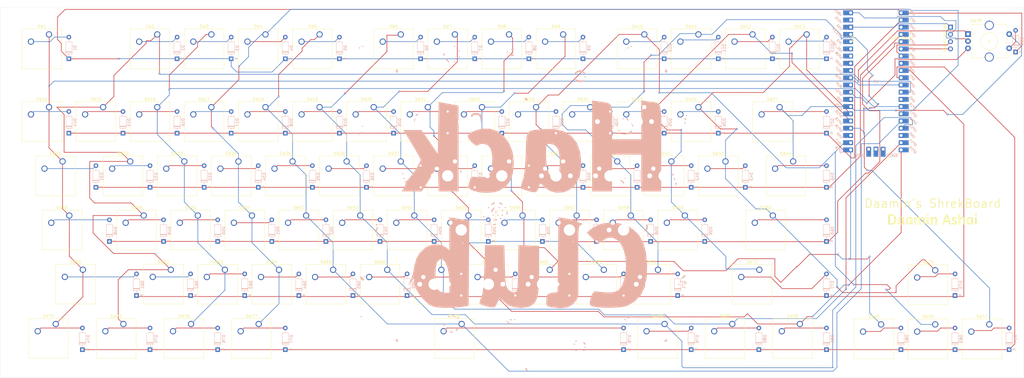
<source format=kicad_pcb>
(kicad_pcb (version 20240108) (generator "pcbnew") (generator_version "8.0")
  (title_block (title "Daamin's HackBoard"))
  (layers (0 "F.Cu" signal) (31 "B.Cu" signal) (34 "B.Paste" user) (35 "F.Paste" user) (36 "B.SilkS" user "B.Silkscreen") (37 "F.SilkS" user "F.Silkscreen") (38 "B.Mask" user) (39 "F.Mask" user) (44 "Edge.Cuts" user))
  (net 0 "")
  (net 1 "Net-(Brd1-SCL)")
  (net 2 "GND")
  (net 3 "+5V")
  (net 4 "Net-(Brd1-SDA)")
  (net 5 "Net-(D1-A)")
  (net 6 "row1")
  (net 7 "Net-(D2-A)")
  (net 8 "Net-(D3-A)")
  (net 9 "Net-(D4-A)")
  (net 10 "Net-(D5-A)")
  (net 11 "Net-(D6-A)")
  (net 12 "Net-(D7-A)")
  (net 13 "Net-(D8-A)")
  (net 14 "Net-(D9-A)")
  (net 15 "Net-(D10-A)")
  (net 16 "Net-(D11-A)")
  (net 17 "Net-(D12-A)")
  (net 18 "Net-(D13-A)")
  (net 19 "row2")
  (net 20 "Net-(D14-A)")
  (net 21 "Net-(D15-A)")
  (net 22 "Net-(D16-A)")
  (net 23 "Net-(D17-A)")
  (net 24 "Net-(D18-A)")
  (net 25 "Net-(D19-A)")
  (net 26 "Net-(D20-A)")
  (net 27 "Net-(D21-A)")
  (net 28 "Net-(D22-A)")
  (net 29 "Net-(D23-A)")
  (net 30 "Net-(D24-A)")
  (net 31 "Net-(D25-A)")
  (net 32 "Net-(D26-A)")
  (net 33 "Net-(D27-A)")
  (net 35 "row3")
  (net 36 "Net-(D31-A)")
  (net 37 "Net-(D32-A)")
  (net 38 "Net-(D33-A)")
  (net 39 "Net-(D34-A)")
  (net 40 "Net-(D35-A)")
  (net 41 "Net-(D36-A)")
  (net 42 "Net-(D37-A)")
  (net 43 "Net-(D38-A)")
  (net 44 "Net-(D39-A)")
  (net 45 "Net-(D40-A)")
  (net 46 "Net-(D41-A)")
  (net 47 "Net-(D42-A)")
  (net 48 "Net-(D43-A)")
  (net 50 "row4")
  (net 51 "Net-(D48-A)")
  (net 52 "Net-(D49-A)")
  (net 53 "Net-(D50-A)")
  (net 54 "Net-(D51-A)")
  (net 55 "Net-(D52-A)")
  (net 56 "Net-(D53-A)")
  (net 57 "Net-(D54-A)")
  (net 58 "Net-(D55-A)")
  (net 59 "Net-(D56-A)")
  (net 60 "Net-(D57-A)")
  (net 61 "Net-(D58-A)")
  (net 62 "Net-(D59-A)")
  (net 63 "Net-(D60-A)")
  (net 64 "Net-(D61-A)")
  (net 65 "row5")
  (net 66 "Net-(D62-A)")
  (net 67 "Net-(D63-A)")
  (net 68 "Net-(D64-A)")
  (net 69 "Net-(D65-A)")
  (net 70 "Net-(D66-A)")
  (net 71 "Net-(D67-A)")
  (net 72 "Net-(D68-A)")
  (net 73 "Net-(D69-A)")
  (net 74 "Net-(D70-A)")
  (net 75 "Net-(D71-A)")
  (net 76 "Net-(D72-A)")
  (net 77 "Net-(D73-A)")
  (net 78 "Net-(D74-A)")
  (net 79 "row6")
  (net 80 "Net-(D75-A)")
  (net 81 "Net-(D76-A)")
  (net 82 "Net-(D77-A)")
  (net 83 "Net-(D78-A)")
  (net 84 "Net-(D79-A)")
  (net 85 "Net-(D80-A)")
  (net 86 "Net-(D81-A)")
  (net 87 "Net-(D82-A)")
  (net 88 "Net-(D83-A)")
  (net 89 "Net-(D84-A)")
  (net 90 "Net-(D85-A)")
  (net 91 "col1")
  (net 92 "col2")
  (net 93 "col3")
  (net 94 "col4")
  (net 95 "col5")
  (net 96 "col6")
  (net 97 "col7")
  (net 98 "col8")
  (net 99 "col9")
  (net 100 "col10")
  (net 101 "col11")
  (net 102 "col12")
  (net 103 "col13")
  (net 104 "col14")
  (net 105 "enc2")
  (net 106 "enc1")
  (net 122 "Net-(D46-A)")
  (footprint "Button_Switch_Keyboard:SW_Cherry_MX_1.00u_PCB" (layer "F.Cu") (at 146.6075 168.515)
    (property "Reference" "SW65")
    (property "Value" "SW_Push")
  )
  (footprint "Button_Switch_Keyboard:SW_Cherry_MX_1.25u_PCB" (layer "F.Cu") (at 120.4075 187.5925)
    (property "Reference" "SW77")
    (property "Value" "SW_Push")
  )
  (footprint "Button_Switch_Keyboard:SW_Cherry_MX_1.00u_PCB" (layer "F.Cu") (at 241.8975 168.515)
    (property "Reference" "SW70")
    (property "Value" "SW_Push")
  )
  (footprint "Button_Switch_Keyboard:SW_Cherry_MX_1.00u_PCB" (layer "F.Cu") (at 132.32 130.365)
    (property "Reference" "SW35")
    (property "Value" "SW_Push")
  )
  (footprint "Button_Switch_Keyboard:SW_Cherry_MX_1.00u_PCB" (layer "F.Cu") (at 203.7975 168.515)
    (property "Reference" "SW68")
    (property "Value" "SW_Push")
  )
  (footprint "Button_Switch_Keyboard:SW_Cherry_MX_1.00u_PCB" (layer "F.Cu") (at 118.0325 149.415)
    (property "Reference" "SW51")
    (property "Value" "SW_Push")
  )
  (footprint "Button_Switch_Keyboard:SW_Cherry_MX_1.00u_PCB" (layer "F.Cu") (at 208.52 130.365)
    (property "Reference" "SW39")
    (property "Value" "SW_Push")
  )
  (footprint "Button_Switch_Keyboard:SW_Cherry_MX_1.50u_PCB" (layer "F.Cu") (at 51.3575 130.365)
    (property "Reference" "SW31")
    (property "Value" "SW_Push")
  )
  (footprint "Button_Switch_Keyboard:SW_Cherry_MX_1.00u_PCB" (layer "F.Cu") (at 256.145 111.265)
    (property "Reference" "SW25")
    (property "Value" "SW_Push")
  )
  (footprint "Button_Switch_Keyboard:SW_Cherry_MX_1.00u_PCB" (layer "F.Cu") (at 65.645 111.265)
    (property "Reference" "SW15")
    (property "Value" "SW_Push")
  )
  (footprint "Button_Switch_Keyboard:SW_Cherry_MX_1.00u_PCB" (layer "F.Cu") (at 113.27 130.365)
    (property "Reference" "SW34")
    (property "Value" "SW_Push")
  )
  (footprint "Button_Switch_Keyboard:SW_Cherry_MX_1.00u_PCB" (layer "F.Cu") (at 275.195 111.265)
    (property "Reference" "SW26")
    (property "Value" "SW_Push")
  )
  (footprint "LOGO" (layer "F.Cu") (at 357.602146 155.7)
    (property "Reference" "G***" (hide yes))
    (property "Value" "LOGO" (hide yes))
  )
  (footprint "Button_Switch_Keyboard:SW_Cherry_MX_1.25u_PCB" (layer "F.Cu") (at 48.97 187.5925)
    (property "Reference" "SW74")
    (property "Value" "SW_Push")
  )
  (footprint "Button_Switch_Keyboard:SW_Cherry_MX_1.25u_PCB" (layer "F.Cu") (at 72.7825 187.5925)
    (property "Reference" "SW75")
    (property "Value" "SW_Push")
  )
  (footprint "Button_Switch_Keyboard:SW_Cherry_MX_2.00u_PCB" (layer "F.Cu") (at 303.77 111.265)
    (property "Reference" "SW27")
    (property "Value" "SW_Push")
  )
  (footprint "Button_Switch_Keyboard:SW_Cherry_MX_1.00u_PCB" (layer "F.Cu") (at 170.42 85.66)
    (property "Reference" "SW6")
    (property "Value" "SW_Push")
  )
  (footprint "Button_Switch_Keyboard:SW_Cherry_MX_1.00u_PCB" (layer "F.Cu") (at 377.58875 187.73625)
    (property "Reference" "SW47")
    (property "Value" "SW_Push")
  )
  (footprint "Button_Switch_Keyboard:SW_Cherry_MX_1.00u_PCB" (layer "F.Cu") (at 194.2325 149.415)
    (property "Reference" "SW55")
    (property "Value" "SW_Push")
  )
  (footprint "Button_Switch_Keyboard:SW_Cherry_MX_1.00u_PCB" (layer "F.Cu") (at 179.945 111.265)
    (property "Reference" "SW21")
    (property "Value" "SW_Push")
  )
  (footprint "Button_Switch_Keyboard:SW_Cherry_MX_1.00u_PCB" (layer "F.Cu") (at 198.995 111.265)
    (property "Reference" "SW22")
    (property "Value" "SW_Push")
  )
  (footprint "Button_Switch_Keyboard:SW_Cherry_MX_1.00u_PCB" (layer "F.Cu") (at 84.695 85.66)
    (property "Reference" "SW2")
    (property "Value" "SW_Push")
  )
  (footprint "Button_Switch_Keyboard:SW_Cherry_MX_1.00u_PCB" (layer "F.Cu") (at 151.37 130.365)
    (property "Reference" "SW36")
    (property "Value" "SW_Push")
  )
  (footprint "Button_Switch_Keyboard:SW_Cherry_MX_1.00u_PCB" (layer "F.Cu") (at 313.295 85.66)
    (property "Reference" "SW13")
    (property "Value" "SW_Push")
  )
  (footprint "Button_Switch_Keyboard:SW_Cherry_MX_1.25u_PCB" (layer "F.Cu") (at 310.9075 187.5925)
    (property "Reference" "SW30")
    (property "Value" "SW_Push")
  )
  (footprint "Button_Switch_Keyboard:SW_Cherry_MX_1.00u_PCB" (layer "F.Cu") (at 189.47 130.365)
    (property "Reference" "SW38")
    (property "Value" "SW_Push")
  )
  (footprint "display_sigma:SSD1306-0.91-OLED-4pin-128x32" (layer "F.Cu") (at 327.42375 80.93)
    (property "Reference" "Brd1")
    (property "Value" "SSD1306")
  )
  (footprint "Button_Switch_Keyboard:SW_Cherry_MX_1.00u_PCB" (layer "F.Cu") (at 284.72 130.365)
    (property "Reference" "SW43")
    (property "Value" "SW_Push")
  )
  (footprint "Button_Switch_Keyboard:SW_Cherry_MX_1.00u_PCB" (layer "F.Cu") (at 232.3325 149.415)
    (property "Reference" "SW57")
    (property "Value" "SW_Push")
  )
  (footprint "Button_Switch_Keyboard:SW_Cherry_MX_1.00u_PCB" (layer "F.Cu") (at 260.9475 168.515)
    (property "Reference" "SW71")
    (property "Value" "SW_Push")
  )
  (footprint "Button_Switch_Keyboard:SW_Cherry_MX_1.00u_PCB" (layer "F.Cu") (at 127.5575 168.515)
    (property "Reference" "SW64")
    (property "Value" "SW_Push")
  )
  (footprint "Button_Switch_Keyboard:SW_Cherry_MX_2.75u_PCB" (layer "F.Cu") (at 296.62625 168.515)
    (property "Reference" "SW72")
    (property "Value" "SW_Push")
  )
  (footprint "Button_Switch_Keyboard:SW_Cherry_MX_1.00u_PCB" (layer "F.Cu") (at 141.845 111.265)
    (property "Reference" "SW19")
    (property "Value" "SW_Push")
  )
  (footprint "Button_Switch_Keyboard:SW_Cherry_MX_1.00u_PCB" (layer "F.Cu") (at 213.2825 149.415)
    (property "Reference" "SW56")
    (property "Value" "SW_Push")
  )
  (footprint "Button_Switch_Keyboard:SW_Cherry_MX_1.00u_PCB" (layer "F.Cu") (at 256.145 85.66)
    (property "Reference" "SW10")
    (property "Value" "SW_Push")
  )
  (footprint "Button_Switch_Keyboard:SW_Cherry_MX_1.00u_PCB" (layer "F.Cu") (at 141.845 85.66)
    (property "Reference" "SW5")
    (property "Value" "SW_Push")
  )
  (footprint "Button_Switch_Keyboard:SW_Cherry_MX_1.00u_PCB" (layer "F.Cu") (at 227.57 130.365)
    (property "Reference" "SW40")
    (property "Value" "SW_Push")
  )
  (footprint "Button_Switch_Keyboard:SW_Cherry_MX_1.00u_PCB" (layer "F.Cu") (at 75.17 130.365)
    (property "Reference" "SW32")
    (property "Value" "SW_Push")
  )
  (footprint "Button_Switch_Keyboard:SW_Cherry_MX_1.00u_PCB" (layer "F.Cu") (at 339.48875 187.73625)
    (property "Reference" "SW45")
    (property "Value" "SW_Push")
  )
  (footprint "Button_Switch_Keyboard:SW_Cherry_MX_1.00u_PCB" (layer "F.Cu") (at 222.8475 168.515)
    (property "Reference" "SW69")
    (property "Value" "SW_Push")
  )
  (footprint "Button_Switch_Keyboard:SW_Cherry_MX_1.00u_PCB" (layer "F.Cu") (at 103.745 85.66)
    (property "Reference" "SW3")
    (property "Value" "SW_Push")
  )
  (footprint "Button_Switch_Keyboard:SW_Cherry_MX_1.00u_PCB" (layer "F.Cu") (at 270.4325 149.415)
    (property "Reference" "SW59")
    (property "Value" "SW_Push")
  )
  (footprint "Button_Switch_Keyboard:SW_Cherry_MX_6.25u_PCB" (layer "F.Cu") (at 191.845 187.5925)
    (property "Reference" "SW78")
    (property "Value" "SW_Push")
  )
  (footprint "Button_Switch_Keyboard:SW_Cherry_MX_1.00u_PCB" (layer "F.Cu") (at 189.47 85.66)
    (property "Reference" "SW7")
    (property "Value" "SW_Push")
  )
  (footprint "Button_Switch_Keyboard:SW_Cherry_MX_1.00u_PCB" (layer "F.Cu") (at 170.42 130.365)
    (property "Reference" "SW37")
    (property "Value" "SW_Push")
  )
  (footprint "Button_Switch_Keyboard:SW_Cherry_MX_1.00u_PCB" (layer "F.Cu") (at 46.595 111.265)
    (property "Reference" "SW14")
    (property "Value" "SW_Push")
  )
  (footprint "Button_Switch_Keyboard:SW_Cherry_MX_1.00u_PCB" (layer "F.Cu") (at 218.045 111.265)
    (property "Reference" "SW23")
    (property "Value" "SW_Push")
  )
  (footprint "Button_Switch_Keyboard:SW_Cherry_MX_1.00u_PCB" (layer "F.Cu") (at 246.62 130.365)
    (property "Reference" "SW41")
    (property "Value" "SW_Push")
  )
  (footprint "Button_Switch_Keyboard:SW_Cherry_MX_1.00u_PCB" (layer "F.Cu") (at 294.245 85.66)
    (property "Reference" "SW12")
    (property "Value" "SW_Push")
  )
  (footprint "Button_Switch_Keyboard:SW_Cherry_MX_1.00u_PCB" (layer "F.Cu") (at 208.52 85.66)
    (property "Reference" "SW8")
    (property "Value" "SW_Push")
  )
  (footprint "Button_Switch_Keyboard:SW_Cherry_MX_1.00u_PCB" (layer "F.Cu") (at 108.5075 168.515)
    (property "Reference" "SW63")
    (property "Value" "SW_Push")
  )
  (footprint "Button_Switch_Keyboard:SW_Cherry_MX_1.00u_PCB" (layer "F.Cu") (at 358.53875 187.73625)
    (property "Reference" "SW46")
    (property "Value" "SW_Push")
  )
  (footprint "Button_Switch_Keyboard:SW_Cherry_MX_1.25u_PCB" (layer "F.Cu") (at 263.2825 187.5925)
    (property "Reference" "SW28")
    (property "Value" "SW_Push")
  )
  (footprint "Button_Switch_Keyboard:SW_Cherry_MX_1.75u_PCB" (layer "F.Cu") (at 53.73875 149.415)
    (property "Reference" "SW48")
    (property "Value" "SW_Push")
  )
  (footprint "Button_Switch_Keyboard:SW_Cherry_MX_1.00u_PCB" (layer "F.Cu") (at 89.4675 168.495)
    (property "Reference" "SW62")
    (property "Value" "SW_Push")
  )
  (footprint "Button_Switch_Keyboard:SW_Cherry_MX_1.00u_PCB" (layer "F.Cu") (at 103.745 111.265)
    (property "Reference" "SW17")
    (property "Value" "SW_Push")
  )
  (footprint "Button_Switch_Keyboard:SW_Cherry_MX_1.00u_PCB" (layer "F.Cu") (at 156.1325 149.415)
    (property "Reference" "SW53")
    (property "Value" "SW_Push")
  )
  (footprint "Button_Switch_Keyboard:SW_Cherry_MX_1.00u_PCB" (layer "F.Cu") (at 98.9825 149.415)
    (property "Reference" "SW50")
    (property "Value" "SW_Push")
  )
  (footprint "Button_Switch_Keyboard:SW_Cherry_MX_1.00u_PCB" (layer "F.Cu") (at 237.095 111.265)
    (property "Reference" "SW24")
    (property "Value" "SW_Push")
  )
  (footprint "Button_Switch_Keyboard:SW_Cherry_MX_2.25u_PCB" (layer "F.Cu") (at 301.38875 149.415)
    (property "Reference" "SW60")
    (property "Value" "SW_Push")
  )
  (footprint "Button_Switch_Keyboard:SW_Cherry_MX_1.00u_PCB" (layer "F.Cu") (at 122.795 111.265)
    (property "Reference" "SW18")
    (property "Value" "SW_Push")
  )
  (footprint "Button_Switch_Keyboard:SW_Cherry_MX_2.25u_PCB" (layer "F.Cu") (at 58.5175 168.4825)
    (property "Reference" "SW61")
    (property "Value" "SW_Push")
  )
  (footprint "Button_Switch_Keyboard:SW_Cherry_MX_1.50u_PCB" (layer "F.Cu") (at 308.5325 130.365)
    (property "Reference" "SW44")
    (property "Value" "SW_Push")
  )
  (footprint "Button_Switch_Keyboard:SW_Cherry_MX_1.00u_PCB" (layer "F.Cu") (at 227.57 85.66)
    (property "Reference" "SW9")
    (property "Value" "SW_Push")
  )
  (footprint "Button_Switch_Keyboard:SW_Cherry_MX_1.00u_PCB" (layer "F.Cu") (at 46.595 85.66)
    (property "Reference" "SW1")
    (property "Value" "SW_Push")
  )
  (footprint "hc_lib:RotaryEncoder_Alps_EC11E-Switch_Vertical_H20mm_CircularMountingHoles_3D" (layer "F.Cu") (at 370.07375 85.54125)
    (property "Reference" "SW79")
    (property "Value" "RotaryEncoder_Switch")
  )
  (footprint "Button_Switch_Keyboard:SW_Cherry_MX_1.00u_PCB" (layer "F.Cu") (at 137.0825 149.415)
    (property "Reference" "SW52")
    (property "Value" "SW_Push")
  )
  (footprint "Button_Switch_Keyboard:SW_Cherry_MX_1.00u_PCB" (layer "F.Cu") (at 84.695 111.265)
    (property "Reference" "SW16")
    (property "Value" "SW_Push")
  )
  (footprint "Button_Switch_Keyboard:SW_Cherry_MX_1.00u_PCB" (layer "F.Cu") (at 94.22 130.365)
    (property "Reference" "SW33")
    (property "Value" "SW_Push")
  )
  (footprint "Button_Switch_Keyboard:SW_Cherry_MX_1.00u_PCB" (layer "F.Cu") (at 184.7075 168.535)
    (property "Reference" "SW67")
    (property "Value" "SW_Push")
  )
  (footprint "Button_Switch_Keyboard:SW_Cherry_MX_1.00u_PCB" (layer "F.Cu") (at 358.53875 168.68625)
    (property "Reference" "SW73")
    (property "Value" "SW_Push")
  )
  (footprint "Button_Switch_Keyboard:SW_Cherry_MX_1.00u_PCB" (layer "F.Cu") (at 251.3825 149.415)
    (property "Reference" "SW58")
    (property "Value" "SW_Push")
  )
  (footprint "Button_Switch_Keyboard:SW_Cherry_MX_1.00u_PCB" (layer "F.Cu") (at 275.195 85.66)
    (property "Reference" "SW11")
    (property "Value" "SW_Push")
  )
  (footprint "Button_Switch_Keyboard:SW_Cherry_MX_1.00u_PCB" (layer "F.Cu") (at 79.9325 149.415)
    (property "Reference" "SW49")
    (property "Value" "SW_Push")
  )
  (footprint "Button_Switch_Keyboard:SW_Cherry_MX_1.00u_PCB" (layer "F.Cu") (at 122.795 85.66)
    (property "Reference" "SW4")
    (property "Value" "SW_Push")
  )
  (footprint "Button_Switch_Keyboard:SW_Cherry_MX_1.25u_PCB" (layer "F.Cu") (at 287.095 187.5925)
    (property "Reference" "SW29")
    (property "Value" "SW_Push")
  )
  (footprint "Button_Switch_Keyboard:SW_Cherry_MX_1.00u_PCB" (layer "F.Cu") (at 160.895 111.265)
    (property "Reference" "SW20")
    (property "Value" "SW_Push")
  )
  (footprint "Button_Switch_Keyboard:SW_Cherry_MX_1.00u_PCB" (layer "F.Cu") (at 175.1825 149.415)
    (property "Reference" "SW54")
    (property "Value" "SW_Push")
  )
  (footprint "Button_Switch_Keyboard:SW_Cherry_MX_1.25u_PCB" (layer "F.Cu") (at 96.595 187.5925)
    (property "Reference" "SW76")
    (property "Value" "SW_Push")
  )
  (footprint "Button_Switch_Keyboard:SW_Cherry_MX_1.00u_PCB" (layer "F.Cu") (at 165.6575 168.515)
    (property "Reference" "SW66")
    (property "Value" "SW_Push")
  )
  (footprint "Button_Switch_Keyboard:SW_Cherry_MX_1.00u_PCB" (layer "F.Cu") (at 265.67 130.365)
    (property "Reference" "SW42")
    (property "Value" "SW_Push")
  )
  (footprint "Diode_THT:D_DO-35_SOD27_P7.62mm_Horizontal" (layer "B.Cu") (at 105.9675 158.52625 90)
    (property "Reference" "D50")
    (property "Value" "1N4148")
  )
  (footprint "Diode_THT:D_DO-35_SOD27_P7.62mm_Horizontal" (layer "B.Cu") (at 96.4425 177.57625 90)
    (property "Reference" "D62")
    (property "Value" "1N4148")
  )
  (footprint "Diode_THT:D_DO-35_SOD27_P7.62mm_Horizontal" (layer "B.Cu") (at 148.83 94.2325 90)
    (property "Reference" "D5")
    (property "Value" "1N4148")
  )
  (footprint "Diode_THT:D_DO-35_SOD27_P7.62mm_Horizontal" (layer "B.Cu") (at 201.2175 158.52625 90)
    (property "Reference" "D55")
    (property "Value" "1N4148")
  )
  (footprint "Diode_THT:D_DO-35_SOD27_P7.62mm_Horizontal" (layer "B.Cu") (at 239.3175 158.52625 90)
    (property "Reference" "D57")
    (property "Value" "1N4148")
  )
  (footprint "Diode_THT:D_DO-35_SOD27_P7.62mm_Horizontal" (layer "B.Cu") (at 277.4175 158.52625 90)
    (property "Reference" "D59")
    (property "Value" "1N4148")
  )
  (footprint "Diode_THT:D_DO-35_SOD27_P7.62mm_Horizontal" (layer "B.Cu") (at 365.52375 177.57625 90)
    (property "Reference" "D73")
    (property "Value" "1N4148")
  )
  (footprint "Diode_THT:D_DO-35_SOD27_P7.62mm_Horizontal" (layer "B.Cu") (at 196.455 139.47625 90)
    (property "Reference" "D38")
    (property "Value" "1N4148")
  )
  (footprint "Diode_THT:D_DO-35_SOD27_P7.62mm_Horizontal" (layer "B.Cu") (at 91.68 94.2325 90)
    (property "Reference" "D2")
    (property "Value" "1N4148")
  )
  (footprint "Diode_THT:D_DO-35_SOD27_P7.62mm_Horizontal" (layer "B.Cu") (at 384.57375 196.62625 90)
    (property "Reference" "D84")
    (property "Value" "1N4148")
  )
  (footprint "Diode_THT:D_DO-35_SOD27_P7.62mm_Horizontal" (layer "B.Cu") (at 120.255 139.47625 90)
    (property "Reference" "D34")
    (property "Value" "1N4148")
  )
  (footprint "Diode_THT:D_DO-35_SOD27_P7.62mm_Horizontal" (layer "B.Cu") (at 215.505 94.2325 90)
    (property "Reference" "D8")
    (property "Value" "1N4148")
  )
  (footprint "Diode_THT:D_DO-35_SOD27_P7.62mm_Horizontal" (layer "B.Cu") (at 320.28 94.2325 90)
    (property "Reference" "D13")
    (property "Value" "1N4148")
  )
  (footprint "Diode_THT:D_DO-35_SOD27_P7.62mm_Horizontal" (layer "B.Cu") (at 234.555 94.2325 90)
    (property "Reference" "D9")
    (property "Value" "1N4148")
  )
  (footprint "Diode_THT:D_DO-35_SOD27_P7.62mm_Horizontal" (layer "B.Cu") (at 148.83 120.42625 90)
    (property "Reference" "D19")
    (property "Value" "1N4148")
  )
  (footprint "Diode_THT:D_DO-35_SOD27_P7.62mm_Horizontal" (layer "B.Cu") (at 153.5925 177.57625 90)
    (property "Reference" "D65")
    (property "Value" "1N4148")
  )
  (footprint "Diode_THT:D_DO-35_SOD27_P7.62mm_Horizontal" (layer "B.Cu") (at 163.1175 158.52625 90)
    (property "Reference" "D53")
    (property "Value" "1N4148")
  )
  (footprint "Diode_THT:D_DO-35_SOD27_P7.62mm_Horizontal" (layer "B.Cu") (at 191.6925 177.57625 90)
    (property "Reference" "D67")
    (property "Value" "1N4148")
  )
  (footprint "Diode_THT:D_DO-35_SOD27_P7.62mm_Horizontal" (layer "B.Cu") (at 210.7425 177.57625 90)
    (property "Reference" "D68")
    (property "Value" "1N4148")
  )
  (footprint "Diode_THT:D_DO-35_SOD27_P7.62mm_Horizontal" (layer "B.Cu") (at 301.23 94.2325 90)
    (property "Reference" "D12")
    (property "Value" "1N4148")
  )
  (footprint "Diode_THT:D_DO-35_SOD27_P7.62mm_Horizontal" (layer "B.Cu") (at 258.3675 158.52625 90)
    (property "Reference" "D58")
    (property "Value" "1N4148")
  )
  (footprint "Diode_THT:D_DO-35_SOD27_P7.62mm_Horizontal" (layer "B.Cu") (at 144.0675 158.52625 90)
    (property "Reference" "D52")
    (property "Value" "1N4148")
  )
  (footprint "Diode_THT:D_DO-35_SOD27_P7.62mm_Horizontal" (layer "B.Cu") (at 229.7925 177.57625 90)
    (property "Reference" "D69")
    (property "Value" "1N4148")
  )
  (footprint "Diode_THT:D_DO-35_SOD27_P7.62mm_Horizontal" (layer "B.Cu") (at 186.93 120.42625 90)
    (property "Reference" "D21")
    (property "Value" "1N4148")
  )
  (footprint "Diode_THT:D_DO-35_SOD27_P7.62mm_Horizontal" (layer "B.Cu") (at 72.63 120.42625 90)
    (property "Reference" "D15")
    (property "Value" "1N4148")
  )
  (footprint "Diode_THT:D_DO-35_SOD27_P7.62mm_Horizontal" (layer "B.Cu") (at 253.605 139.47625 90)
    (property "Reference" "D41")
    (property "Value" "1N4148")
  )
  (footprint "Diode_THT:D_DO-35_SOD27_P7.62mm_Horizontal" (layer "B.Cu") (at 129.78 196.62625 90)
    (property "Reference" "D77")
    (property "Value" "1N4148")
  )
  (footprint "Diode_THT:D_DO-35_SOD27_P7.62mm_Horizontal" (layer "B.Cu") (at 220.2675 158.52625 90)
    (property "Reference" "D56")
    (property "Value" "1N4148")
  )
  (footprint "Diode_THT:D_DO-35_SOD27_P7.62mm_Horizontal" (layer "B.Cu") (at 263.13 120.42625 90)
    (property "Reference" "D25")
    (property "Value" "1N4148")
  )
  (footprint "Diode_THT:D_DO-35_SOD27_P7.62mm_Horizontal" (layer "B.Cu") (at 172.6425 177.57625 90)
    (property "Reference" "D66")
    (property "Value" "1N4148")
  )
  (footprint "Diode_THT:D_DO-35_SOD27_P7.62mm_Horizontal" (layer "B.Cu") (at 272.655 196.62625 90)
    (property "Reference" "D79")
    (property "Value" "1N4148")
  )
  (footprint "LOGO" (layer "B.Cu") (at 216.69375 145.25625 180)
    (property "Reference" "G***" (hide yes))
    (property "Value" "LOGO" (hide yes))
  )
  (footprint "Diode_THT:D_DO-35_SOD27_P7.62mm_Horizontal" (layer "B.Cu") (at 215.505 139.47625 90)
    (property "Reference" "D39")
    (property "Value" "1N4148")
  )
  (footprint "Diode_THT:D_DO-35_SOD27_P7.62mm_Horizontal" (layer "B.Cu") (at 225.03 120.42625 90)
    (property "Reference" "D23")
    (property "Value" "1N4148")
  )
  (footprint "Diode_THT:D_DO-35_SOD27_P7.62mm_Horizontal" (layer "B.Cu") (at 182.1675 158.52625 90)
    (property "Reference" "D54")
    (property "Value" "1N4148")
  )
  (footprint "Diode_THT:D_DO-35_SOD27_P7.62mm_Horizontal" (layer "B.Cu") (at 248.8425 196.62625 90)
    (property "Reference" "D78")
    (property "Value" "1N4148")
  )
  (footprint "Diode_THT:D_DO-35_SOD27_P7.62mm_Horizontal" (layer "B.Cu") (at 177.405 94.2325 90)
    (property "Reference" "D6")
    (property "Value" "1N4148")
  )
  (footprint "Diode_THT:D_DO-35_SOD27_P7.62mm_Horizontal" (layer "B.Cu") (at 346.47375 196.62625 90)
    (property "Reference" "D82")
    (property "Value" "1N4148")
  )
  (footprint "Diode_THT:D_DO-35_SOD27_P7.62mm_Horizontal" (layer "B.Cu") (at 320.28 196.62625 90)
    (property "Reference" "D81")
    (property "Value" "1N4148")
  )
  (footprint "Diode_THT:D_DO-35_SOD27_P7.62mm_Horizontal" (layer "B.Cu") (at 53.58 94.2325 90)
    (property "Reference" "D1")
    (property "Value" "1N4148")
  )
  (footprint "Diode_THT:D_DO-35_SOD27_P7.62mm_Horizontal" (layer "B.Cu") (at 91.68 120.42625 90)
    (property "Reference" "D16")
    (property "Value" "1N4148")
  )
  (footprint "Diode_THT:D_DO-35_SOD27_P7.62mm_Horizontal" (layer "B.Cu") (at 296.4675 196.62625 90)
    (property "Reference" "D80")
    (property "Value" "1N4148")
  )
  (footprint "Diode_THT:D_DO-35_SOD27_P7.62mm_Horizontal" (layer "B.Cu") (at 267.8925 177.57625 90)
    (property "Reference" "D71")
    (property "Value" "1N4148")
  )
  (footprint "Diode_THT:D_DO-35_SOD27_P7.62mm_Horizontal" (layer "B.Cu") (at 139.305 139.47625 90)
    (property "Reference" "D35")
    (property "Value" "1N4148")
  )
  (footprint "Diode_THT:D_DO-35_SOD27_P7.62mm_Horizontal" (layer "B.Cu") (at 125.0175 158.52625 90)
    (property "Reference" "D51")
    (property "Value" "1N4148")
  )
  (footprint "Diode_THT:D_DO-35_SOD27_P7.62mm_Horizontal" (layer "B.Cu") (at 63.105 139.47625 90)
    (property "Reference" "D31")
    (property "Value" "1N4148")
  )
  (footprint "Diode_THT:D_DO-35_SOD27_P7.62mm_Horizontal" (layer "B.Cu") (at 234.555 139.47625 90)
    (property "Reference" "D40")
    (property "Value" "1N4148")
  )
  (footprint "Diode_THT:D_DO-35_SOD27_P7.62mm_Horizontal" (layer "B.Cu") (at 67.8675 158.52625 90)
    (property "Reference" "D48")
    (property "Value" "1N4148")
  )
  (footprint "another_lib:RPi_Pico_SMD_TH" (layer "B.Cu") (at 337.6675 102.175 180)
    (property "Reference" "U1")
    (property "Value" "Pico")
  )
  (footprint "Diode_THT:D_DO-35_SOD27_P7.62mm_Horizontal" (layer "B.Cu") (at 282.18 120.42625 90)
    (property "Reference" "D26")
    (property "Value" "1N4148")
  )
  (footprint "Diode_THT:D_DO-35_SOD27_P7.62mm_Horizontal" (layer "B.Cu") (at 263.13 94.2325 90)
    (property "Reference" "D10")
    (property "Value" "1N4148")
  )
  (footprint "Diode_THT:D_DO-35_SOD27_P7.62mm_Horizontal" (layer "B.Cu") (at 134.5425 177.57625 90)
    (property "Reference" "D64")
    (property "Value" "1N4148")
  )
  (footprint "Diode_THT:D_DO-35_SOD27_P7.62mm_Horizontal" (layer "B.Cu") (at 110.73 120.42625 90)
    (property "Reference" "D17")
    (property "Value" "1N4148")
  )
  (footprint "Diode_THT:D_DO-35_SOD27_P7.62mm_Horizontal" (layer "B.Cu") (at 53.58 120.42625 90)
    (property "Reference" "D14")
    (property "Value" "1N4148")
  )
  (footprint "Diode_THT:D_DO-35_SOD27_P7.62mm_Horizontal" (layer "B.Cu") (at 196.455 94.2325 90)
    (property "Reference" "D7")
    (property "Value" "1N4148")
  )
  (footprint "Diode_THT:D_DO-35_SOD27_P7.62mm_Horizontal" (layer "B.Cu") (at 282.18 94.2325 90)
    (property "Reference" "D11")
    (property "Value" "1N4148")
  )
  (footprint "Diode_THT:D_DO-35_SOD27_P7.62mm_Horizontal" (layer "B.Cu") (at 291.705 139.47625 90)
    (property "Reference" "D43")
    (property "Value" "1N4148")
  )
  (footprint "Diode_THT:D_DO-35_SOD27_P7.62mm_Horizontal" (layer "B.Cu") (at 77.3925 177.57625 90)
    (property "Reference" "D61")
    (property "Value" "1N4148")
  )
  (footprint "Diode_THT:D_DO-35_SOD27_P7.62mm_Horizontal" (layer "B.Cu") (at 167.88 120.42625 90)
    (property "Reference" "D20")
    (property "Value" "1N4148")
  )
  (footprint "Diode_THT:D_DO-35_SOD27_P7.62mm_Horizontal" (layer "B.Cu") (at 115.4925 177.57625 90)
    (property "Reference" "D63")
    (property "Value" "1N4148")
  )
  (footprint "Diode_THT:D_DO-35_SOD27_P7.62mm_Horizontal" (layer "B.Cu") (at 110.73 94.2325 90)
    (property "Reference" "D3")
    (property "Value" "1N4148")
  )
  (footprint "Diode_THT:D_DO-35_SOD27_P7.62mm_Horizontal" (layer "B.Cu") (at 129.78 120.42625 90)
    (property "Reference" "D18")
    (property "Value" "1N4148")
  )
  (footprint "Diode_THT:D_DO-35_SOD27_P7.62mm_Horizontal" (layer "B.Cu") (at 177.405 139.47625 90)
    (property "Reference" "D37")
    (property "Value" "1N4148")
  )
  (footprint "Diode_THT:D_DO-35_SOD27_P7.62mm_Horizontal" (layer "B.Cu") (at 58.3425 196.62625 90)
    (property "Reference" "D74")
    (property "Value" "1N4148")
  )
  (footprint "Diode_THT:D_DO-35_SOD27_P7.62mm_Horizontal" (layer "B.Cu") (at 365.52375 196.62625 90)
    (property "Reference" "D83")
    (property "Value" "1N4148")
  )
  (footprint "Diode_THT:D_DO-35_SOD27_P7.62mm_Horizontal" (layer "B.Cu") (at 244.08 120.42625 90)
    (property "Reference" "D24")
    (property "Value" "1N4148")
  )
  (footprint "Diode_THT:D_DO-35_SOD27_P7.62mm_Horizontal" (layer "B.Cu") (at 82.155 139.47625 90)
    (property "Reference" "D32")
    (property "Value" "1N4148")
  )
  (footprint "Diode_THT:D_DO-35_SOD27_P7.62mm_Horizontal" (layer "B.Cu") (at 320.28 139.47625 90)
    (property "Reference" "D46")
    (property "Value" "1N4148")
  )
  (footprint "Diode_THT:D_DO-35_SOD27_P7.62mm_Horizontal" (layer "B.Cu") (at 86.9175 158.52625 90)
    (property "Reference" "D49")
    (property "Value" "1N4148")
  )
  (footprint "Diode_THT:D_DO-35_SOD27_P7.62mm_Horizontal" (layer "B.Cu") (at 320.28 120.42625 90)
    (property "Reference" "D27")
    (property "Value" "1N4148")
  )
  (footprint "Diode_THT:D_DO-35_SOD27_P7.62mm_Horizontal" (layer "B.Cu") (at 105.9675 196.62625 90)
    (property "Reference" "D76")
    (property "Value" "1N4148")
  )
  (footprint "Diode_THT:D_DO-35_SOD27_P7.62mm_Horizontal" (layer "B.Cu") (at 158.355 139.47625 90)
    (property "Reference" "D36")
    (property "Value" "1N4148")
  )
  (footprint "Diode_THT:D_DO-35_SOD27_P7.62mm_Horizontal" (layer "B.Cu") (at 320.28 177.57625 90)
    (property "Reference" "D72")
    (property "Value" "1N4148")
  )
  (footprint "Diode_THT:D_DO-35_SOD27_P7.62mm_Horizontal" (layer "B.Cu") (at 205.98 120.42625 90)
    (property "Reference" "D22")
    (property "Value" "1N4148")
  )
  (footprint "Diode_THT:D_DO-35_SOD27_P7.62mm_Horizontal" (layer "B.Cu") (at 248.8425 177.57625 90)
    (property "Reference" "D70")
    (property "Value" "1N4148")
  )
  (footprint "Diode_THT:D_DO-35_SOD27_P7.62mm_Horizontal" (layer "B.Cu") (at 129.78 94.2325 90)
    (property "Reference" "D4")
    (property "Value" "1N4148")
  )
  (footprint "Diode_THT:D_DO-35_SOD27_P7.62mm_Horizontal" (layer "B.Cu") (at 272.655 139.47625 90)
    (property "Reference" "D42")
    (property "Value" "1N4148")
  )
  (footprint "Diode_THT:D_DO-35_SOD27_P7.62mm_Horizontal" (layer "B.Cu") (at 82.155 196.62625 90)
    (property "Reference" "D75")
    (property "Value" "1N4148")
  )
  (footprint "Diode_THT:D_DO-35_SOD27_P7.62mm_Horizontal" (layer "B.Cu") (at 101.205 139.47625 90)
    (property "Reference" "D33")
    (property "Value" "1N4148")
  )
  (footprint "Diode_THT:D_DO-35_SOD27_P7.62mm_Horizontal" (layer "B.Cu") (at 386.84875 91.85125 90)
    (property "Reference" "D85")
    (property "Value" "1N4148")
  )
  (footprint "Diode_THT:D_DO-35_SOD27_P7.62mm_Horizontal" (layer "B.Cu") (at 320.28 158.52625 90)
    (property "Reference" "D60")
    (property "Value" "1N4148")
  )
  (gr_rect (start 29.3675 76.135) (end 389.7675 206.535) (stroke (width 0.05)) (fill none) (layer "Edge.Cuts"))
  (gr_text "Daamin's ShrekBoard" (at 333.4 146.9 0) (layer "F.SilkS") (effects (font (size 3 3) (thickness 0.3)) (justify left bottom)))
  (segment (start 345.0575 89.385) (end 362.73875 89.385) (width 0.2) (layer "F.Cu") (net 1))
  (segment (start 362.73875 89.385) (end 363.92375 88.2) (width 0.2) (layer "F.Cu") (net 1))
  (segment (start 345.0575 91.785) (end 345.0575 89.385) (width 0.2) (layer "F.Cu") (net 1))
  (segment (start 346.5575 93.285) (end 345.0575 91.785) (width 0.2) (layer "F.Cu") (net 1))
  (segment (start 365.9775 87.195) (end 369.2275 87.195) (width 0.2) (layer "F.Cu") (net 2))
  (segment (start 369.2275 87.195) (end 370.07375 88.04125) (width 0.2) (layer "F.Cu") (net 2))
  (via (at 365.9775 87.195) (size 0.6) (drill 0.3) (layers "F.Cu" "B.Cu") (net 2))
  (segment (start 345.4775 81.865) (end 362.66875 81.865) (width 0.2) (layer "B.Cu") (net 2))
  (segment (start 363.92375 83.12) (end 362.5475 84.49625) (width 0.2) (layer "B.Cu") (net 2))
  (segment (start 362.66875 81.865) (end 363.92375 83.12) (width 0.2) (layer "B.Cu") (net 2))
  (segment (start 362.5475 86.925) (end 365.7075 86.925) (width 0.2) (layer "B.Cu") (net 2))
  (segment (start 365.7075 86.925) (end 365.9775 87.195) (width 0.2) (layer "B.Cu") (net 2))
  (segment (start 362.5475 84.49625) (end 362.5475 86.925) (width 0.2) (layer "B.Cu") (net 2))
  (segment (start 344.2175 83.125) (end 345.4775 81.865) (width 0.2) (layer "B.Cu") (net 2))
  (segment (start 328.7775 83.125) (end 344.2175 83.125) (width 0.2) (layer "B.Cu") (net 2))
  (segment (start 365.8275 80.795) (end 365.8275 83.75625) (width 0.2) (layer "B.Cu") (net 3))
  (segment (start 331.7575 78.045) (end 333.5775 79.865) (width 0.2) (layer "B.Cu") (net 3))
  (segment (start 333.5775 79.865) (end 344.9875 79.865) (width 0.2) (layer "B.Cu") (net 3))
  (segment (start 361.8775 80.795) (end 365.8275 80.795) (width 0.2) (layer "B.Cu") (net 3))
  (segment (start 344.9875 79.865) (end 345.4975 79.355) (width 0.2) (layer "B.Cu") (net 3))
  (segment (start 345.4975 79.355) (end 360.4375 79.355) (width 0.2) (layer "B.Cu") (net 3))
  (segment (start 360.4375 79.355) (end 361.8775 80.795) (width 0.2) (layer "B.Cu") (net 3))
  (segment (start 328.7775 78.045) (end 331.7575 78.045) (width 0.2) (layer "B.Cu") (net 3))
  (segment (start 365.8275 83.75625) (end 363.92375 85.66) (width 0.2) (layer "B.Cu") (net 3))
  (segment (start 346.5625 90.74) (end 363.92375 90.74) (width 0.2) (layer "F.Cu") (net 4))
  (segment (start 346.5575 90.745) (end 346.5625 90.74) (width 0.2) (layer "F.Cu") (net 4))
  (segment (start 46.4525 88.2) (end 40.245 88.2) (width 0.2) (layer "B.Cu") (net 5))
  (segment (start 46.7175 88.465) (end 46.4525 88.2) (width 0.2) (layer "B.Cu") (net 5))
  (segment (start 53.58 86.6125) (end 48.57 86.6125) (width 0.2) (layer "B.Cu") (net 5))
  (segment (start 48.57 86.6125) (end 46.7175 88.465) (width 0.2) (layer "B.Cu") (net 5))
  (segment (start 389.0275 89.6725) (end 386.84875 91.85125) (width 0.2) (layer "F.Cu") (net 6))
  (segment (start 346.5575 78.045) (end 345.3775 76.865) (width 0.2) (layer "F.Cu") (net 6))
  (segment (start 346.6875 78.175) (end 389.0275 78.175) (width 0.2) (layer "F.Cu") (net 6))
  (segment (start 71.17 94.2325) (end 71.1975 94.205) (width 0.2) (layer "F.Cu") (net 6))
  (segment (start 50.9275 91.58) (end 53.58 94.2325) (width 0.2) (layer "F.Cu") (net 6))
  (segment (start 49.5675 87.455) (end 50.9275 88.815) (width 0.2) (layer "F.Cu") (net 6))
  (segment (start 345.3775 76.865) (end 52.2675 76.865) (width 0.2) (layer "F.Cu") (net 6))
  (segment (start 49.5675 79.565) (end 49.5675 87.455) (width 0.2) (layer "F.Cu") (net 6))
  (segment (start 50.9275 88.815) (end 50.9275 91.58) (width 0.2) (layer "F.Cu") (net 6))
  (segment (start 52.2675 76.865) (end 49.5675 79.565) (width 0.2) (layer "F.Cu") (net 6))
  (segment (start 346.5575 78.045) (end 346.6875 78.175) (width 0.2) (layer "F.Cu") (net 6))
  (segment (start 389.0275 78.175) (end 389.0275 89.6725) (width 0.2) (layer "F.Cu") (net 6))
  (segment (start 53.58 94.2325) (end 71.17 94.2325) (width 0.2) (layer "F.Cu") (net 6))
  (via (at 71.1975 94.205) (size 0.6) (drill 0.3) (layers "F.Cu" "B.Cu") (net 6))
  (segment (start 148.83 94.2325) (end 320.28 94.2325) (width 0.2) (layer "B.Cu") (net 6))
  (segment (start 110.73 96.9375) (end 112.7175 98.925) (width 0.2) (layer "B.Cu") (net 6))
  (segment (start 110.73 94.2325) (end 110.73 96.9375) (width 0.2) (layer "B.Cu") (net 6))
  (segment (start 125.0875 98.925) (end 129.78 94.2325) (width 0.2) (layer "B.Cu") (net 6))
  (segment (start 129.78 94.2325) (end 148.83 94.2325) (width 0.2) (layer "B.Cu") (net 6))
  (segment (start 110.7025 94.205) (end 110.73 94.2325) (width 0.2) (layer "B.Cu") (net 6))
  (segment (start 112.7175 98.925) (end 125.0875 98.925) (width 0.2) (layer "B.Cu") (net 6))
  (segment (start 71.1975 94.205) (end 110.7025 94.205) (width 0.2) (layer "B.Cu") (net 6))
  (segment (start 78.345 88.2) (end 90.0925 88.2) (width 0.2) (layer "B.Cu") (net 7))
  (segment (start 90.0925 88.2) (end 91.68 86.6125) (width 0.2) (layer "B.Cu") (net 7))
  (segment (start 97.395 88.2) (end 109.1425 88.2) (width 0.2) (layer "B.Cu") (net 8))
  (segment (start 109.1425 88.2) (end 110.73 86.6125) (width 0.2) (layer "B.Cu") (net 8))
  (segment (start 128.1925 88.2) (end 129.78 86.6125) (width 0.2) (layer "F.Cu") (net 9))
  (segment (start 116.445 88.2) (end 128.1925 88.2) (width 0.2) (layer "F.Cu") (net 9))
  (segment (start 135.495 88.2) (end 147.2425 88.2) (width 0.2) (layer "B.Cu") (net 10))
  (segment (start 147.2425 88.2) (end 148.83 86.6125) (width 0.2) (layer "B.Cu") (net 10))
  (segment (start 175.8175 88.2) (end 177.405 86.6125) (width 0.2) (layer "B.Cu") (net 11))
  (segment (start 164.07 88.2) (end 175.8175 88.2) (width 0.2) (layer "B.Cu") (net 11))
  (segment (start 183.12 88.2) (end 194.8675 88.2) (width 0.2) (layer "B.Cu") (net 12))
  (segment (start 194.8675 88.2) (end 196.455 86.6125) (width 0.2) (layer "B.Cu") (net 12))
  (segment (start 202.17 88.2) (end 213.9175 88.2) (width 0.2) (layer "B.Cu") (net 13))
  (segment (start 213.9175 88.2) (end 215.505 86.6125) (width 0.2) (layer "B.Cu") (net 13))
  (segment (start 221.22 88.2) (end 232.9675 88.2) (width 0.2) (layer "B.Cu") (net 14))
  (segment (start 232.9675 88.2) (end 234.555 86.6125) (width 0.2) (layer "B.Cu") (net 14))
  (segment (start 261.5425 88.2) (end 263.13 86.6125) (width 0.2) (layer "B.Cu") (net 15))
  (segment (start 249.795 88.2) (end 261.5425 88.2) (width 0.2) (layer "B.Cu") (net 15))
  (segment (start 268.845 88.2) (end 269.45 87.595) (width 0.2) (layer "B.Cu") (net 16))
  (segment (start 281.3975 87.595) (end 281.3975 87.395) (width 0.2) (layer "B.Cu") (net 16))
  (segment (start 281.3975 87.395) (end 282.18 86.6125) (width 0.2) (layer "B.Cu") (net 16))
  (segment (start 269.45 87.595) (end 281.3975 87.595) (width 0.2) (layer "B.Cu") (net 16))
  (segment (start 299.6425 88.2) (end 301.23 86.6125) (width 0.2) (layer "F.Cu") (net 17))
  (segment (start 287.895 88.2) (end 299.6425 88.2) (width 0.2) (layer "F.Cu") (net 17))
  (segment (start 307.12 88.025) (end 319.2475 88.025) (width 0.2) (layer "B.Cu") (net 18))
  (segment (start 319.2475 87.645) (end 320.28 86.6125) (width 0.2) (layer "B.Cu") (net 18))
  (segment (start 306.945 88.2) (end 307.12 88.025) (width 0.2) (layer "B.Cu") (net 18))
  (segment (start 319.2475 88.025) (end 319.2475 87.645) (width 0.2) (layer "B.Cu") (net 18))
  (segment (start 328.97875 129.125) (end 320.28 120.42625) (width 0.2) (layer "F.Cu") (net 19))
  (segment (start 320.28 120.42625) (end 53.58 120.42625) (width 0.2) (layer "F.Cu") (net 19))
  (segment (start 330.2075 129.125) (end 328.97875 129.125) (width 0.2) (layer "F.Cu") (net 19))
  (segment (start 346.5575 80.585) (end 330.2075 96.935) (width 0.2) (layer "F.Cu") (net 19))
  (segment (start 330.2075 96.935) (end 330.2075 129.125) (width 0.2) (layer "F.Cu") (net 19))
  (segment (start 53.58 112.80625) (end 41.24375 112.80625) (width 0.2) (layer "B.Cu") (net 20))
  (segment (start 41.24375 112.80625) (end 40.245 113.805) (width 0.2) (layer "B.Cu") (net 20))
  (segment (start 72.63 112.80625) (end 60.29375 112.80625) (width 0.2) (layer "F.Cu") (net 21))
  (segment (start 60.29375 112.80625) (end 59.295 113.805) (width 0.2) (layer "F.Cu") (net 21))
  (segment (start 79.34375 112.80625) (end 78.345 113.805) (width 0.2) (layer "F.Cu") (net 22))
  (segment (start 91.68 112.80625) (end 79.34375 112.80625) (width 0.2) (layer "F.Cu") (net 22))
  (segment (start 110.73 112.80625) (end 98.39375 112.80625) (width 0.2) (layer "B.Cu") (net 23))
  (segment (start 98.39375 112.80625) (end 97.395 113.805) (width 0.2) (layer "B.Cu") (net 23))
  (segment (start 117.44375 112.80625) (end 116.445 113.805) (width 0.2) (layer "F.Cu") (net 24))
  (segment (start 129.78 112.80625) (end 117.44375 112.80625) (width 0.2) (layer "F.Cu") (net 24))
  (segment (start 148.83 112.80625) (end 136.49375 112.80625) (width 0.2) (layer "F.Cu") (net 25))
  (segment (start 136.49375 112.80625) (end 135.495 113.805) (width 0.2) (layer "F.Cu") (net 25))
  (segment (start 167.88 112.80625) (end 155.54375 112.80625) (width 0.2) (layer "F.Cu") (net 26))
  (segment (start 155.54375 112.80625) (end 154.545 113.805) (width 0.2) (layer "F.Cu") (net 26))
  (segment (start 174.59375 112.80625) (end 173.595 113.805) (width 0.2) (layer "F.Cu") (net 27))
  (segment (start 186.93 112.80625) (end 174.59375 112.80625) (width 0.2) (layer "F.Cu") (net 27))
  (segment (start 193.64375 112.80625) (end 192.645 113.805) (width 0.2) (layer "F.Cu") (net 28))
  (segment (start 205.98 112.80625) (end 193.64375 112.80625) (width 0.2) (layer "F.Cu") (net 28))
  (segment (start 212.69375 112.80625) (end 211.695 113.805) (width 0.2) (layer "B.Cu") (net 29))
  (segment (start 225.03 112.80625) (end 212.69375 112.80625) (width 0.2) (layer "B.Cu") (net 29))
  (segment (start 244.08 112.80625) (end 231.74375 112.80625) (width 0.2) (layer "B.Cu") (net 30))
  (segment (start 231.74375 112.80625) (end 230.745 113.805) (width 0.2) (layer "B.Cu") (net 30))
  (segment (start 263.13 112.80625) (end 250.79375 112.80625) (width 0.2) (layer "B.Cu") (net 31))
  (segment (start 250.79375 112.80625) (end 249.795 113.805) (width 0.2) (layer "B.Cu") (net 31))
  (segment (start 282.18 112.80625) (end 269.84375 112.80625) (width 0.2) (layer "B.Cu") (net 32))
  (segment (start 269.84375 112.80625) (end 268.845 113.805) (width 0.2) (layer "B.Cu") (net 32))
  (segment (start 320.28 112.80625) (end 298.41875 112.80625) (width 0.2) (layer "F.Cu") (net 33))
  (segment (start 298.41875 112.80625) (end 297.42 113.805) (width 0.2) (layer "F.Cu") (net 33))
  (segment (start 346.5575 85.665) (end 332.18625 100.03625) (width 0.2) (layer "F.Cu") (net 35))
  (segment (start 332.18625 100.03625) (end 332.18625 128.5225) (width 0.2) (layer "F.Cu") (net 35))
  (segment (start 320.28 139.47625) (end 63.105 139.47625) (width 0.2) (layer "F.Cu") (net 35))
  (segment (start 321.2325 139.47625) (end 320.28 139.47625) (width 0.2) (layer "F.Cu") (net 35))
  (segment (start 332.18625 128.5225) (end 321.2325 139.47625) (width 0.2) (layer "F.Cu") (net 35))
  (segment (start 45.0075 132.905) (end 62.05625 132.905) (width 0.2) (layer "B.Cu") (net 36))
  (segment (start 62.05625 132.905) (end 63.105 131.85625) (width 0.2) (layer "B.Cu") (net 36))
  (segment (start 68.82 132.905) (end 69.86875 131.85625) (width 0.2) (layer "B.Cu") (net 37))
  (segment (start 69.86875 131.85625) (end 82.155 131.85625) (width 0.2) (layer "B.Cu") (net 37))
  (segment (start 88.91875 131.85625) (end 101.205 131.85625) (width 0.2) (layer "F.Cu") (net 38))
  (segment (start 87.87 132.905) (end 88.91875 131.85625) (width 0.2) (layer "F.Cu") (net 38))
  (segment (start 119.20625 132.905) (end 120.255 131.85625) (width 0.2) (layer "F.Cu") (net 39))
  (segment (start 106.92 132.905) (end 119.20625 132.905) (width 0.2) (layer "F.Cu") (net 39))
  (segment (start 127.01875 131.85625) (end 139.305 131.85625) (width 0.2) (layer "F.Cu") (net 40))
  (segment (start 125.97 132.905) (end 127.01875 131.85625) (width 0.2) (layer "F.Cu") (net 40))
  (segment (start 145.02 132.905) (end 157.30625 132.905) (width 0.2) (layer "F.Cu") (net 41))
  (segment (start 157.30625 132.905) (end 158.355 131.85625) (width 0.2) (layer "F.Cu") (net 41))
  (segment (start 176.35625 132.905) (end 177.405 131.85625) (width 0.2) (layer "F.Cu") (net 42))
  (segment (start 164.07 132.905) (end 176.35625 132.905) (width 0.2) (layer "F.Cu") (net 42))
  (segment (start 183.12 132.905) (end 195.40625 132.905) (width 0.2) (layer "F.Cu") (net 43))
  (segment (start 195.40625 132.905) (end 196.455 131.85625) (width 0.2) (layer "F.Cu") (net 43))
  (segment (start 214.45625 132.905) (end 215.505 131.85625) (width 0.2) (layer "F.Cu") (net 44))
  (segment (start 202.17 132.905) (end 214.45625 132.905) (width 0.2) (layer "F.Cu") (net 44))
  (segment (start 222.26875 131.85625) (end 221.22 132.905) (width 0.2) (layer "F.Cu") (net 45))
  (segment (start 234.555 131.85625) (end 222.26875 131.85625) (width 0.2) (layer "F.Cu") (net 45))
  (segment (start 252.55625 132.905) (end 253.605 131.85625) (width 0.2) (layer "F.Cu") (net 46))
  (segment (start 240.27 132.905) (end 252.55625 132.905) (width 0.2) (layer "F.Cu") (net 46))
  (segment (start 259.32 132.905) (end 260.36875 131.85625) (width 0.2) (layer "F.Cu") (net 47))
  (segment (start 260.36875 131.85625) (end 272.655 131.85625) (width 0.2) (layer "F.Cu") (net 47))
  (segment (start 278.37 132.905) (end 290.65625 132.905) (width 0.2) (layer "F.Cu") (net 48))
  (segment (start 290.65625 132.905) (end 291.705 131.85625) (width 0.2) (layer "F.Cu") (net 48))
  (segment (start 332.9775 101.125) (end 344.2475 89.855) (width 0.2) (layer "F.Cu") (net 50))
  (segment (start 191.88875 158.52625) (end 192.3775 159.015) (width 0.2) (layer "F.Cu") (net 50))
  (segment (start 324.2275 155.285) (end 324.2275 144.315) (width 0.2) (layer "F.Cu") (net 50))
  (segment (start 332.9775 110.225) (end 332.9775 101.125) (width 0.2) (layer "F.Cu") (net 50))
  (segment (start 339.0375 112.545) (end 335.2975 112.545) (width 0.2) (layer "F.Cu") (net 50))
  (segment (start 320.28 158.52625) (end 320.98625 158.52625) (width 0.2) (layer "F.Cu") (net 50))
  (segment (start 339.0375 130.515) (end 339.0375 112.545) (width 0.2) (layer "F.Cu") (net 50))
  (segment (start 67.8675 158.52625) (end 191.88875 158.52625) (width 0.2) (layer "F.Cu") (net 50))
  (segment (start 320.98625 158.52625) (end 324.2275 155.285) (width 0.2) (layer "F.Cu") (net 50))
  (segment (start 324.2275 144.315) (end 334.0575 134.485) (width 0.2) (layer "F.Cu") (net 50))
  (segment (start 335.0675 134.485) (end 339.0375 130.515) (width 0.2) (layer "F.Cu") (net 50))
  (segment (start 346.0475 88.715) (end 346.5575 88.205) (width 0.2) (layer "F.Cu") (net 50))
  (segment (start 231.1275 158.615) (end 320.19125 158.615) (width 0.2) (layer "F.Cu") (net 50))
  (segment (start 335.2975 112.545) (end 332.9775 110.225) (width 0.2) (layer "F.Cu") (net 50))
  (segment (start 334.0575 134.485) (end 335.0675 134.485) (width 0.2) (layer "F.Cu") (net 50))
  (segment (start 344.2475 89.855) (end 344.2475 88.715) (width 0.2) (layer "F.Cu") (net 50))
  (segment (start 320.19125 158.615) (end 320.28 158.52625) (width 0.2) (layer "F.Cu") (net 50))
  (segment (start 344.2475 88.715) (end 346.0475 88.715) (width 0.2) (layer "F.Cu") (net 50))
  (via (at 231.1275 158.615) (size 0.6) (drill 0.3) (layers "F.Cu" "B.Cu") (net 50))
  (via (at 192.3775 159.015) (size 0.6) (drill 0.3) (layers "F.Cu" "B.Cu") (net 50))
  (segment (start 231.03875 158.52625) (end 231.1275 158.615) (width 0.2) (layer "B.Cu") (net 50))
  (segment (start 201.2175 158.52625) (end 231.03875 158.52625) (width 0.2) (layer "B.Cu") (net 50))
  (segment (start 200.72875 159.015) (end 201.2175 158.52625) (width 0.2) (layer "B.Cu") (net 50))
  (segment (start 192.3775 159.015) (end 200.72875 159.015) (width 0.2) (layer "B.Cu") (net 50))
  (segment (start 67.8675 150.90625) (end 48.4375 150.90625) (width 0.2) (layer "B.Cu") (net 51))
  (segment (start 48.4375 150.90625) (end 47.38875 151.955) (width 0.2) (layer "B.Cu") (net 51))
  (segment (start 74.63125 150.90625) (end 73.5825 151.955) (width 0.2) (layer "F.Cu") (net 52))
  (segment (start 86.9175 150.90625) (end 74.63125 150.90625) (width 0.2) (layer "F.Cu") (net 52))
  (segment (start 105.9675 150.90625) (end 93.68125 150.90625) (width 0.2) (layer "F.Cu") (net 53))
  (segment (start 93.68125 150.90625) (end 92.6325 151.955) (width 0.2) (layer "F.Cu") (net 53))
  (segment (start 125.0175 150.90625) (end 123.96875 151.955) (width 0.2) (layer "F.Cu") (net 54))
  (segment (start 123.96875 151.955) (end 111.6825 151.955) (width 0.2) (layer "F.Cu") (net 54))
  (segment (start 131.78125 150.90625) (end 130.7325 151.955) (width 0.2) (layer "F.Cu") (net 55))
  (segment (start 144.0675 150.90625) (end 131.78125 150.90625) (width 0.2) (layer "F.Cu") (net 55))
  (segment (start 163.1175 150.90625) (end 150.83125 150.90625) (width 0.2) (layer "F.Cu") (net 56))
  (segment (start 150.83125 150.90625) (end 149.7825 151.955) (width 0.2) (layer "F.Cu") (net 56))
  (segment (start 182.1675 150.90625) (end 169.88125 150.90625) (width 0.2) (layer "F.Cu") (net 57))
  (segment (start 169.88125 150.90625) (end 168.8325 151.955) (width 0.2) (layer "F.Cu") (net 57))
  (segment (start 201.2175 150.90625) (end 188.93125 150.90625) (width 0.2) (layer "B.Cu") (net 58))
  (segment (start 188.93125 150.90625) (end 187.8825 151.955) (width 0.2) (layer "B.Cu") (net 58))
  (segment (start 220.2675 150.90625) (end 207.98125 150.90625) (width 0.2) (layer "B.Cu") (net 59))
  (segment (start 207.98125 150.90625) (end 206.9325 151.955) (width 0.2) (layer "B.Cu") (net 59))
  (segment (start 239.3175 150.90625) (end 227.03125 150.90625) (width 0.2) (layer "F.Cu") (net 60))
  (segment (start 227.03125 150.90625) (end 225.9825 151.955) (width 0.2) (layer "F.Cu") (net 60))
  (segment (start 258.3675 150.90625) (end 246.08125 150.90625) (width 0.2) (layer "F.Cu") (net 61))
  (segment (start 246.08125 150.90625) (end 245.0325 151.955) (width 0.2) (layer "F.Cu") (net 61))
  (segment (start 277.4175 150.90625) (end 265.13125 150.90625) (width 0.2) (layer "F.Cu") (net 62))
  (segment (start 265.13125 150.90625) (end 264.0825 151.955) (width 0.2) (layer "F.Cu") (net 62))
  (segment (start 320.28 150.90625) (end 296.0875 150.90625) (width 0.2) (layer "F.Cu") (net 63))
  (segment (start 296.0875 150.90625) (end 295.03875 151.955) (width 0.2) (layer "F.Cu") (net 63))
  (segment (start 52.1675 171.0225) (end 76.32625 171.0225) (width 0.2) (layer "B.Cu") (net 64))
  (segment (start 76.32625 171.0225) (end 77.3925 169.95625) (width 0.2) (layer "B.Cu") (net 64))
  (segment (start 346.5575 98.365) (end 349.7075 98.365) (width 0.2) (layer "F.Cu") (net 65))
  (segment (start 77.73125 177.915) (end 77.3925 177.57625) (width 0.2) (layer "F.Cu") (net 65))
  (segment (start 368.6075 177.915) (end 77.73125 177.915) (width 0.2) (layer "F.Cu") (net 65))
  (segment (start 368.6075 117.265) (end 368.6075 177.915) (width 0.2) (layer "F.Cu") (net 65))
  (segment (start 349.7075 98.365) (end 368.6075 117.265) (width 0.2) (layer "F.Cu") (net 65))
  (segment (start 83.1175 171.035) (end 95.36375 171.035) (width 0.2) (layer "B.Cu") (net 66))
  (segment (start 95.36375 171.035) (end 96.4425 169.95625) (width 0.2) (layer "B.Cu") (net 66))
  (segment (start 103.25625 169.95625) (end 115.4925 169.95625) (width 0.2) (layer "F.Cu") (net 67))
  (segment (start 102.1575 171.055) (end 103.25625 169.95625) (width 0.2) (layer "F.Cu") (net 67))
  (segment (start 121.2075 171.055) (end 133.44375 171.055) (width 0.2) (layer "F.Cu") (net 68))
  (segment (start 133.44375 171.055) (end 134.5425 169.95625) (width 0.2) (layer "F.Cu") (net 68))
  (segment (start 152.49375 171.055) (end 153.5925 169.95625) (width 0.2) (layer "F.Cu") (net 69))
  (segment (start 140.2575 171.055) (end 152.49375 171.055) (width 0.2) (layer "F.Cu") (net 69))
  (segment (start 159.3075 171.055) (end 171.54375 171.055) (width 0.2) (layer "F.Cu") (net 70))
  (segment (start 171.54375 171.055) (end 172.6425 169.95625) (width 0.2) (layer "F.Cu") (net 70))
  (segment (start 190.57375 171.075) (end 191.6925 169.95625) (width 0.2) (layer "F.Cu") (net 71))
  (segment (start 178.3575 171.075) (end 190.57375 171.075) (width 0.2) (layer "F.Cu") (net 71))
  (segment (start 209.64375 171.055) (end 210.7425 169.95625) (width 0.2) (layer "F.Cu") (net 72))
  (segment (start 197.4475 171.055) (end 209.64375 171.055) (width 0.2) (layer "F.Cu") (net 72))
  (segment (start 216.4975 171.055) (end 228.69375 171.055) (width 0.2) (layer "F.Cu") (net 73))
  (segment (start 228.69375 171.055) (end 229.7925 169.95625) (width 0.2) (layer "F.Cu") (net 73))
  (segment (start 247.74375 171.055) (end 248.8425 169.95625) (width 0.2) (layer "F.Cu") (net 74))
  (segment (start 235.5475 171.055) (end 247.74375 171.055) (width 0.2) (layer "F.Cu") (net 74))
  (segment (start 254.5975 171.055) (end 255.69625 169.95625) (width 0.2) (layer "F.Cu") (net 75))
  (segment (start 255.69625 169.95625) (end 267.8925 169.95625) (width 0.2) (layer "F.Cu") (net 75))
  (segment (start 315.10125 175.135) (end 320.28 169.95625) (width 0.2) (layer "F.Cu") (net 76))
  (segment (start 304.6575 175.135) (end 315.10125 175.135) (width 0.2) (layer "F.Cu") (net 76))
  (segment (start 290.27625 171.055) (end 300.5775 171.055) (width 0.2) (layer "F.Cu") (net 76))
  (segment (start 300.5775 171.055) (end 304.6575 175.135) (width 0.2) (layer "F.Cu") (net 76))
  (segment (start 352.48 170.935) (end 352.18875 171.22625) (width 0.2) (layer "F.Cu") (net 77))
  (segment (start 365.52375 169.95625) (end 359.50625 169.95625) (width 0.2) (layer "F.Cu") (net 77))
  (segment (start 358.5275 170.935) (end 352.48 170.935) (width 0.2) (layer "F.Cu") (net 77))
  (segment (start 359.50625 169.95625) (end 358.5275 170.935) (width 0.2) (layer "F.Cu") (net 77))
  (segment (start 58.3425 189.00625) (end 43.74625 189.00625) (width 0.2) (layer "F.Cu") (net 78))
  (segment (start 43.74625 189.00625) (end 42.62 190.1325) (width 0.2) (layer "F.Cu") (net 78))
  (segment (start 345.0675 97.135) (end 361.7375 97.135) (width 0.2) (layer "F.Cu") (net 79))
  (segment (start 386.5375 121.935) (end 386.5375 194.6625) (width 0.2) (layer "F.Cu") (net 79))
  (segment (start 346.47375 196.62625) (end 58.3425 196.62625) (width 0.2) (layer "F.Cu") (net 79))
  (segment (start 384.57375 196.62625) (end 346.47375 196.62625) (width 0.2) (layer "F.Cu") (net 79))
  (segment (start 361.7375 97.135) (end 386.5375 121.935) (width 0.2) (layer "F.Cu") (net 79))
  (segment (start 346.5575 100.905) (end 345.0675 100.905) (width 0.2) (layer "F.Cu") (net 79))
  (segment (start 386.5375 194.6625) (end 384.57375 196.62625) (width 0.2) (layer "F.Cu") (net 79))
  (segment (start 345.0675 100.905) (end 345.0675 97.135) (width 0.2) (layer "F.Cu") (net 79))
  (segment (start 82.155 189.00625) (end 67.55875 189.00625) (width 0.2) (layer "F.Cu") (net 80))
  (segment (start 67.55875 189.00625) (end 66.4325 190.1325) (width 0.2) (layer "F.Cu") (net 80))
  (segment (start 105.9675 189.00625) (end 91.37125 189.00625) (width 0.2) (layer "F.Cu") (net 81))
  (segment (start 91.37125 189.00625) (end 90.245 190.1325) (width 0.2) (layer "F.Cu") (net 81))
  (segment (start 129.78 189.00625) (end 115.18375 189.00625) (width 0.2) (layer "F.Cu") (net 82))
  (segment (start 115.18375 189.00625) (end 114.0575 190.1325) (width 0.2) (layer "F.Cu") (net 82))
  (segment (start 248.8425 189.00625) (end 186.62125 189.00625) (width 0.2) (layer "F.Cu") (net 83))
  (segment (start 186.62125 189.00625) (end 185.495 190.1325) (width 0.2) (layer "F.Cu") (net 83))
  (segment (start 271.52875 190.1325) (end 256.9325 190.1325) (width 0.2) (layer "F.Cu") (net 84))
  (segment (start 272.655 189.00625) (end 271.52875 190.1325) (width 0.2) (layer "F.Cu") (net 84))
  (segment (start 296.4675 189.00625) (end 281.87125 189.00625) (width 0.2) (layer "F.Cu") (net 85))
  (segment (start 281.87125 189.00625) (end 280.745 190.1325) (width 0.2) (layer "F.Cu") (net 85))
  (segment (start 305.68375 189.00625) (end 304.5575 190.1325) (width 0.2) (layer "F.Cu") (net 86))
  (segment (start 320.28 189.00625) (end 305.68375 189.00625) (width 0.2) (layer "F.Cu") (net 86))
  (segment (start 346.47375 189.00625) (end 340.50625 189.00625) (width 0.2) (layer "F.Cu") (net 87))
  (segment (start 333.19 190.225) (end 333.13875 190.27625) (width 0.2) (layer "F.Cu") (net 87))
  (segment (start 340.50625 189.00625) (end 339.2875 190.225) (width 0.2) (layer "F.Cu") (net 87))
  (segment (start 339.2875 190.225) (end 333.19 190.225) (width 0.2) (layer "F.Cu") (net 87))
  (segment (start 360.48625 189.00625) (end 359.3775 190.115) (width 0.2) (layer "F.Cu") (net 88))
  (segment (start 352.35 190.115) (end 352.18875 190.27625) (width 0.2) (layer "F.Cu") (net 88))
  (segment (start 359.3775 190.115) (end 352.35 190.115) (width 0.2) (layer "F.Cu") (net 88))
  (segment (start 365.52375 189.00625) (end 360.48625 189.00625) (width 0.2) (layer "F.Cu") (net 88))
  (segment (start 371.61 189.905) (end 371.23875 190.27625) (width 0.2) (layer "F.Cu") (net 89))
  (segment (start 378.3275 189.905) (end 371.61 189.905) (width 0.2) (layer "F.Cu") (net 89))
  (segment (start 384.57375 189.00625) (end 379.22625 189.00625) (width 0.2) (layer "F.Cu") (net 89))
  (segment (start 379.22625 189.00625) (end 378.3275 189.905) (width 0.2) (layer "F.Cu") (net 89))
  (segment (start 386.84875 84.23125) (end 386.84875 88.26625) (width 0.2) (layer "F.Cu") (net 90))
  (segment (start 386.84875 88.26625) (end 384.57375 90.54125) (width 0.2) (layer "F.Cu") (net 90))
  (segment (start 46.6575 103.835) (end 46.6575 111.2025) (width 0.2) (layer "F.Cu") (net 91))
  (segment (start 58.5175 168.4825) (end 58.5175 178.045) (width 0.2) (layer "F.Cu") (net 91))
  (segment (start 51.3575 147.03375) (end 53.73875 149.415) (width 0.2) (layer "F.Cu") (net 91))
  (segment (start 51.3575 130.365) (end 51.3575 147.03375) (width 0.2) (layer "F.Cu") (net 91))
  (segment (start 46.6575 111.2025) (end 46.595 111.265) (width 0.2) (layer "F.Cu") (net 91))
  (segment (start 46.595 111.265) (end 46.595 125.6025) (width 0.2) (layer "F.Cu") (net 91))
  (segment (start 46.6575 103.835) (end 46.6575 85.7225) (width 0.2) (layer "F.Cu") (net 91))
  (segment (start 46.6575 85.7225) (end 46.595 85.66) (width 0.2) (layer "F.Cu") (net 91))
  (segment (start 53.73875 149.415) (end 53.73875 163.70375) (width 0.2) (layer "F.Cu") (net 91))
  (segment (start 58.5175 178.045) (end 48.97 187.5925) (width 0.2) (layer "F.Cu") (net 91))
  (segment (start 53.73875 163.70375) (end 58.5175 168.4825) (width 0.2) (layer "F.Cu") (net 91))
  (segment (start 46.595 125.6025) (end 51.3575 130.365) (width 0.2) (layer "F.Cu") (net 91))
  (via (at 46.6575 103.835) (size 0.6) (drill 0.3) (layers "F.Cu" "B.Cu") (net 91))
  (segment (start 48.3875 102.105) (end 46.6575 103.835) (width 0.2) (layer "B.Cu") (net 91))
  (segment (start 330.3375 102.105) (end 48.3875 102.105) (width 0.2) (layer "B.Cu") (net 91))
  (segment (start 346.5575 103.445) (end 331.6775 103.445) (width 0.2) (layer "B.Cu") (net 91))
  (segment (start 331.6775 103.445) (end 330.3375 102.105) (width 0.2) (layer "B.Cu") (net 91))
  (segment (start 60.9275 130.545) (end 60.9275 143.255) (width 0.2) (layer "F.Cu") (net 92))
  (segment (start 85.4875 86.4525) (end 84.695 85.66) (width 0.2) (layer "F.Cu") (net 92))
  (segment (start 61.1075 130.365) (end 60.9275 130.545) (width 0.2) (layer "F.Cu") (net 92))
  (segment (start 51.9075 127.155) (end 71.96 127.155) (width 0.2) (layer "F.Cu") (net 92))
  (segment (start 49.3375 111.265) (end 51.9075 113.835) (width 0.2) (layer "F.Cu") (net 92))
  (segment (start 71.96 127.155) (end 75.17 130.365) (width 0.2) (layer "F.Cu") (net 92))
  (segment (start 75.5125 144.995) (end 79.9325 149.415) (width 0.2) (layer "F.Cu") (net 92))
  (segment (start 60.9275 143.255) (end 62.6675 144.995) (width 0.2) (layer "F.Cu") (net 92))
  (segment (start 51.9075 113.835) (end 51.9075 127.155) (width 0.2) (layer "F.Cu") (net 92))
  (segment (start 69.4375 100.085) (end 69.4375 107.4725) (width 0.2) (layer "F.Cu") (net 92))
  (segment (start 75.17 130.365) (end 61.1075 130.365) (width 0.2) (layer "F.Cu") (net 92))
  (segment (start 80.8175 88.705) (end 69.4375 100.085) (width 0.2) (layer "F.Cu") (net 92))
  (segment (start 80.8175 87.885) (end 80.8175 88.705) (width 0.2) (layer "F.Cu") (net 92))
  (segment (start 70.9575 185.7675) (end 72.7825 187.5925) (width 0.2) (layer "F.Cu") (net 92))
  (segment (start 69.3075 162.775) (end 83.7475 162.775) (width 0.2) (layer "F.Cu") (net 92))
  (segment (start 85.4875 99.515) (end 85.4875 86.4525) (width 0.2) (layer "F.Cu") (net 92))
  (segment (start 70.9575 172.025) (end 70.9575 185.7675) (width 0.2) (layer "F.Cu") (net 92))
  (segment (start 65.645 111.265) (end 49.3375 111.265) (width 0.2) (layer "F.Cu") (net 92))
  (segment (start 79.9325 149.415) (end 79.9225 149.405) (width 0.2) (layer "F.Cu") (net 92))
  (segment (start 84.695 85.66) (end 82.47 87.885) (width 0.2) (layer "F.Cu") (net 92))
  (segment (start 69.4375 107.4725) (end 65.645 111.265) (width 0.2) (layer "F.Cu") (net 92))
  (segment (start 82.47 87.885) (end 80.8175 87.885) (width 0.2) (layer "F.Cu") (net 92))
  (segment (start 62.1075 155.575) (end 69.3075 162.775) (width 0.2) (layer "F.Cu") (net 92))
  (segment (start 74.4875 168.495) (end 70.9575 172.025) (width 0.2) (layer "F.Cu") (net 92))
  (segment (start 62.1075 149.405) (end 62.1075 155.575) (width 0.2) (layer "F.Cu") (net 92))
  (segment (start 83.7475 162.775) (end 89.4675 168.495) (width 0.2) (layer "F.Cu") (net 92))
  (segment (start 89.4675 168.495) (end 74.4875 168.495) (width 0.2) (layer "F.Cu") (net 92))
  (segment (start 79.9225 149.405) (end 62.1075 149.405) (width 0.2) (layer "F.Cu") (net 92))
  (segment (start 62.6675 144.995) (end 75.5125 144.995) (width 0.2) (layer "F.Cu") (net 92))
  (via (at 85.4875 99.515) (size 0.6) (drill 0.3) (layers "F.Cu" "B.Cu") (net 92))
  (segment (start 85.6575 99.685) (end 85.4875 99.515) (width 0.2) (layer "B.Cu") (net 92))
  (segment (start 332.3975 102.145) (end 329.9375 99.685) (width 0.2) (layer "B.Cu") (net 92))
  (segment (start 349.8275 102.325) (end 349.6475 102.145) (width 0.2) (layer "B.Cu") (net 92))
  (segment (start 346.5575 105.985) (end 349.7775 105.985) (width 0.2) (layer "B.Cu") (net 92))
  (segment (start 349.7775 105.985) (end 349.8275 105.935) (width 0.2) (layer "B.Cu") (net 92))
  (segment (start 349.8275 105.935) (end 349.8275 102.325) (width 0.2) (layer "B.Cu") (net 92))
  (segment (start 329.9375 99.685) (end 85.6575 99.685) (width 0.2) (layer "B.Cu") (net 92))
  (segment (start 349.6475 102.145) (end 332.3975 102.145) (width 0.2) (layer "B.Cu") (net 92))
  (segment (start 98.8775 88.685) (end 101.9025 85.66) (width 0.2) (layer "F.Cu") (net 93))
  (segment (start 98.8775 90.015) (end 98.8775 88.685) (width 0.2) (layer "F.Cu") (net 93))
  (segment (start 88.9375 105.085) (end 88.9375 99.955) (width 0.2) (layer "F.Cu") (net 93))
  (segment (start 88.9375 99.955) (end 98.8775 90.015) (width 0.2) (layer "F.Cu") (net 93))
  (segment (start 101.9025 85.66) (end 103.745 85.66) (width 0.2) (layer "F.Cu") (net 93))
  (via (at 88.9375 105.085) (size 0.6) (drill 0.3) (layers "F.Cu" "B.Cu") (net 93))
  (segment (start 88.9375 107.0225) (end 84.695 111.265) (width 0.2) (layer "B.Cu") (net 93))
  (segment (start 346.5575 111.065) (end 336.8075 111.065) (width 0.2) (layer "B.Cu") (net 93))
  (segment (start 98.9825 149.415) (end 98.9825 158.99) (width 0.2) (layer "B.Cu") (net 93))
  (segment (start 88.9375 105.085) (end 88.9375 107.0225) (width 0.2) (layer "B.Cu") (net 93))
  (segment (start 330.4475 104.705) (end 89.3175 104.705) (width 0.2) (layer "B.Cu") (net 93))
  (segment (start 84.695 111.265) (end 84.695 120.84) (width 0.2) (layer "B.Cu") (net 93))
  (segment (start 98.9825 158.99) (end 108.5075 168.515) (width 0.2) (layer "B.Cu") (net 93))
  (segment (start 84.695 120.84) (end 94.22 130.365) (width 0.2) (layer "B.Cu") (net 93))
  (segment (start 108.5075 168.515) (end 108.5075 175.68) (width 0.2) (layer "B.Cu") (net 93))
  (segment (start 336.8075 111.065) (end 330.4475 104.705) (width 0.2) (layer "B.Cu") (net 93))
  (segment (start 108.5075 175.68) (end 96.595 187.5925) (width 0.2) (layer "B.Cu") (net 93))
  (segment (start 89.3175 104.705) (end 88.9375 105.085) (width 0.2) (layer "B.Cu") (net 93))
  (segment (start 94.22 130.365) (end 94.22 144.6525) (width 0.2) (layer "B.Cu") (net 93))
  (segment (start 94.22 144.6525) (end 98.9825 149.415) (width 0.2) (layer "B.Cu") (net 93))
  (segment (start 103.745 118.1125) (end 104.4175 118.785) (width 0.2) (layer "F.Cu") (net 94))
  (segment (start 103.745 111.265) (end 103.745 118.1125) (width 0.2) (layer "F.Cu") (net 94))
  (segment (start 113.4275 101.5825) (end 103.745 111.265) (width 0.2) (layer "F.Cu") (net 94))
  (segment (start 113.4275 96.915) (end 113.4275 101.5825) (width 0.2) (layer "F.Cu") (net 94))
  (via (at 104.4175 118.785) (size 0.6) (drill 0.3) (layers "F.Cu" "B.Cu") (net 94))
  (via (at 113.4275 96.915) (size 0.6) (drill 0.3) (layers "F.Cu" "B.Cu") (net 94))
  (segment (start 131.65 76.805) (end 122.795 85.66) (width 0.2) (layer "B.Cu") (net 94))
  (segment (start 118.0325 158.99) (end 127.5575 168.515) (width 0.2) (layer "B.Cu") (net 94))
  (segment (start 350.7675 112.315) (end 366.6075 96.475) (width 0.2) (layer "B.Cu") (net 94))
  (segment (start 104.4175 118.785) (end 113.27 127.6375) (width 0.2) (layer "B.Cu") (net 94))
  (segment (start 118.0325 149.415) (end 118.0325 158.99) (width 0.2) (layer "B.Cu") (net 94))
  (segment (start 366.6075 96.475) (end 366.6075 77.235) (width 0.2) (layer "B.Cu") (net 94))
  (segment (start 122.795 85.66) (end 121.4125 85.66) (width 0.2) (layer "B.Cu") (net 94))
  (segment (start 113.27 130.365) (end 113.27 144.6525) (width 0.2) (layer "B.Cu") (net 94))
  (segment (start 350.1675 77.235) (end 349.7375 76.805) (width 0.2) (layer "B.Cu") (net 94))
  (segment (start 121.4125 85.66) (end 116.8475 90.225) (width 0.2) (layer "B.Cu") (net 94))
  (segment (start 113.27 127.6375) (end 113.27 130.365) (width 0.2) (layer "B.Cu") (net 94))
  (segment (start 127.5575 168.515) (end 127.5575 180.4425) (width 0.2) (layer "B.Cu") (net 94))
  (segment (start 127.5575 180.4425) (end 120.4075 187.5925) (width 0.2) (layer "B.Cu") (net 94))
  (segment (start 116.8475 90.225) (end 116.8475 93.495) (width 0.2) (layer "B.Cu") (net 94))
  (segment (start 347.8475 112.315) (end 350.7675 112.315) (width 0.2) (layer "B.Cu") (net 94))
  (segment (start 366.6075 77.235) (end 350.1675 77.235) (width 0.2) (layer "B.Cu") (net 94))
  (segment (start 113.27 144.6525) (end 118.0325 149.415) (width 0.2) (layer "B.Cu") (net 94))
  (segment (start 116.8475 93.495) (end 113.4275 96.915) (width 0.2) (layer "B.Cu") (net 94))
  (segment (start 346.5575 113.605) (end 347.8475 112.315) (width 0.2) (layer "B.Cu") (net 94))
  (segment (start 349.7375 76.805) (end 131.65 76.805) (width 0.2) (layer "B.Cu") (net 94))
  (segment (start 140.03 87.475) (end 141.845 85.66) (width 0.2) (layer "F.Cu") (net 95))
  (segment (start 127.4175 99.805) (end 135.6975 91.525) (width 0.2) (layer "F.Cu") (net 95))
  (segment (start 135.6975 90.495) (end 138.7175 87.475) (width 0.2) (layer "F.Cu") (net 95))
  (segment (start 135.6975 91.525) (end 135.6975 90.495) (width 0.2) (layer "F.Cu") (net 95))
  (segment (start 127.4175 107.525) (end 127.4175 99.805) (width 0.2) (layer "F.Cu") (net 95))
  (segment (start 138.7175 87.475) (end 140.03 87.475) (width 0.2) (layer "F.Cu") (net 95))
  (via (at 127.4175 107.525) (size 0.6) (drill 0.3) (layers "F.Cu" "B.Cu") (net 95))
  (segment (start 332.5075 124.125) (end 332.5075 175.185) (width 0.2) (layer "B.Cu") (net 95))
  (segment (start 332.5075 175.185) (end 323.9375 183.755) (width 0.2) (layer "B.Cu") (net 95))
  (segment (start 146.6075 168.515) (end 146.6075 158.94) (width 0.2) (layer "B.Cu") (net 95))
  (segment (start 346.5575 116.145) (end 338.5775 124.125) (width 0.2) (layer "B.Cu") (net 95))
  (segment (start 208.4575 204.205) (end 191.845 187.5925) (width 0.2) (layer "B.Cu") (net 95))
  (segment (start 191.845 187.5925) (end 165.685 187.5925) (width 0.2) (layer "B.Cu") (net 95))
  (segment (start 146.6075 158.94) (end 137.0825 149.415) (width 0.2) (layer "B.Cu") (net 95))
  (segment (start 123.6775 111.265) (end 127.4175 107.525) (width 0.2) (layer "B.Cu") (net 95))
  (segment (start 137.0825 149.415) (end 137.0825 135.1275) (width 0.2) (layer "B.Cu") (net 95))
  (segment (start 122.795 111.265) (end 123.6775 111.265) (width 0.2) (layer "B.Cu") (net 95))
  (segment (start 165.685 187.5925) (end 146.6075 168.515) (width 0.2) (layer "B.Cu") (net 95))
  (segment (start 323.9375 183.755) (end 323.9375 202.875) (width 0.2) (layer "B.Cu") (net 95))
  (segment (start 338.5775 124.125) (end 332.5075 124.125) (width 0.2) (layer "B.Cu") (net 95))
  (segment (start 132.32 120.79) (end 122.795 111.265) (width 0.2) (layer "B.Cu") (net 95))
  (segment (start 132.32 130.365) (end 132.32 120.79) (width 0.2) (layer "B.Cu") (net 95))
  (segment (start 323.9375 202.875) (end 322.6075 204.205) (width 0.2) (layer "B.Cu") (net 95))
  (segment (start 137.0825 135.1275) (end 132.32 130.365) (width 0.2) (layer "B.Cu") (net 95))
  (segment (start 322.6075 204.205) (end 208.4575 204.205) (width 0.2) (layer "B.Cu") (net 95))
  (segment (start 165.5275 85.925) (end 170.155 85.925) (width 0.2) (layer "F.Cu") (net 96))
  (segment (start 165.5275 91.715) (end 165.5275 85.925) (width 0.2) (layer "F.Cu") (net 96))
  (segment (start 170.155 85.925) (end 170.42 85.66) (width 0.2) (layer "F.Cu") (net 96))
  (segment (start 150.7575 106.485) (end 165.5275 91.715) (width 0.2) (layer "F.Cu") (net 96))
  (via (at 150.7575 106.485) (size 0.6) (drill 0.3) (layers "F.Cu" "B.Cu") (net 96))
  (segment (start 330.5675 174.625) (end 322.4375 182.755) (width 0.2) (layer "B.Cu") (net 96))
  (segment (start 340.5375 114.915) (end 330.5975 124.855) (width 0.2) (layer "B.Cu") (net 96))
  (segment (start 322.6875 202.985) (end 269.8675 202.985) (width 0.2) (layer "B.Cu") (net 96))
  (segment (start 322.4375 202.735) (end 322.6875 202.985) (width 0.2) (layer "B.Cu") (net 96))
  (segment (start 349.5675 114.915) (end 340.5375 114.915) (width 0.2) (layer "B.Cu") (net 96))
  (segment (start 193.1175 184.295) (end 181.4375 184.295) (width 0.2) (layer "B.Cu") (net 96))
  (segment (start 165.6575 158.94) (end 156.1325 149.415) (width 0.2) (layer "B.Cu") (net 96))
  (segment (start 330.5975 124.855) (end 330.5975 174.625) (width 0.2) (layer "B.Cu") (net 96))
  (segment (start 350.5875 117.375) (end 350.5875 115.935) (width 0.2) (layer "B.Cu") (net 96))
  (segment (start 151.37 120.79) (end 141.845 111.265) (width 0.2) (layer "B.Cu") (net 96))
  (segment (start 269.3775 193.6875) (end 263.2825 187.5925) (width 0.2) (layer "B.Cu") (net 96))
  (segment (start 346.5575 118.685) (end 347.8675 117.375) (width 0.2) (layer "B.Cu") (net 96))
  (segment (start 151.37 130.365) (end 151.37 120.79) (width 0.2) (layer "B.Cu") (net 96))
  (segment (start 156.1325 149.415) (end 156.1325 135.1275) (width 0.2) (layer "B.Cu") (net 96))
  (segment (start 196.415 187.5925) (end 193.1175 184.295) (width 0.2) (layer "B.Cu") (net 96))
  (segment (start 141.845 111.265) (end 145.9775 111.265) (width 0.2) (layer "B.Cu") (net 96))
  (segment (start 322.4375 182.755) (end 322.4375 202.735) (width 0.2) (layer "B.Cu") (net 96))
  (segment (start 269.3775 202.495) (end 269.3775 193.6875) (width 0.2) (layer "B.Cu") (net 96))
  (segment (start 156.1325 135.1275) (end 151.37 130.365) (width 0.2) (layer "B.Cu") (net 96))
  (segment (start 269.8675 202.985) (end 269.3775 202.495) (width 0.2) (layer "B.Cu") (net 96))
  (segment (start 350.5875 115.935) (end 349.5675 114.915) (width 0.2) (layer "B.Cu") (net 96))
  (segment (start 330.5975 174.625) (end 330.5675 174.625) (width 0.2) (layer "B.Cu") (net 96))
  (segment (start 263.2825 187.5925) (end 196.415 187.5925) (width 0.2) (layer "B.Cu") (net 96))
  (segment (start 165.6575 168.515) (end 165.6575 158.94) (width 0.2) (layer "B.Cu") (net 96))
  (segment (start 181.4375 184.295) (end 165.6575 168.515) (width 0.2) (layer "B.Cu") (net 96))
  (segment (start 145.9775 111.265) (end 150.7575 106.485) (width 0.2) (layer "B.Cu") (net 96))
  (segment (start 347.8675 117.375) (end 350.5875 117.375) (width 0.2) (layer "B.Cu") (net 96))
  (segment (start 169.8875 105.725) (end 179.8875 105.725) (width 0.2) (layer "F.Cu") (net 97))
  (segment (start 179.8875 105.725) (end 190.3175 95.295) (width 0.2) (layer "F.Cu") (net 97))
  (segment (start 190.3175 95.295) (end 190.3175 86.5075) (width 0.2) (layer "F.Cu") (net 97))
  (segment (start 160.895 111.265) (end 160.895 111.695) (width 0.2) (layer "F.Cu") (net 97))
  (segment (start 190.3175 86.5075) (end 189.47 85.66) (width 0.2) (layer "F.Cu") (net 97))
  (segment (start 160.895 111.695) (end 160.73625 111.85375) (width 0.2) (layer "F.Cu") (net 97))
  (segment (start 327.1475 143.175) (end 327.1475 175.315) (width 0.2) (layer "F.Cu") (net 97))
  (segment (start 346.5575 123.765) (end 327.1475 143.175) (width 0.2) (layer "F.Cu") (net 97))
  (via (at 327.1475 175.315) (size 0.6) (drill 0.3) (layers "F.Cu" "B.Cu") (net 97))
  (via (at 169.8875 105.725) (size 0.6) (drill 0.3) (layers "F.Cu" "B.Cu") (net 97))
  (segment (start 189.3775 182.375) (end 185.4075 178.405) (width 0.2) (layer "B.Cu") (net 97))
  (segment (start 287.095 187.5925) (end 266.745 187.5925) (width 0.2) (layer "B.Cu") (net 97))
  (segment (start 242.1175 184.395) (end 240.0975 182.375) (width 0.2) (layer "B.Cu") (net 97))
  (segment (start 170.42 120.79) (end 160.895 111.265) (width 0.2) (layer "B.Cu") (net 97))
  (segment (start 185.4075 178.405) (end 185.4075 169.235) (width 0.2) (layer "B.Cu") (net 97))
  (segment (start 263.5475 184.395) (end 242.1175 184.395) (width 0.2) (layer "B.Cu") (net 97))
  (segment (start 240.0975 182.375) (end 189.3775 182.375) (width 0.2) (layer "B.Cu") (net 97))
  (segment (start 175.1825 149.415) (end 175.1825 135.1275) (width 0.2) (layer "B.Cu") (net 97))
  (segment (start 327.1475 175.315) (end 316.7475 185.715) (width 0.2) (layer "B.Cu") (net 97))
  (segment (start 184.7075 158.94) (end 175.1825 149.415) (width 0.2) (layer "B.Cu") (net 97))
  (segment (start 175.1825 135.1275) (end 170.42 130.365) (width 0.2) (layer "B.Cu") (net 97))
  (segment (start 164.3475 111.265) (end 169.8875 105.725) (width 0.2) (layer "B.Cu") (net 97))
  (segment (start 316.7475 185.715) (end 288.9725 185.715) (width 0.2) (layer "B.Cu") (net 97))
  (segment (start 266.745 187.5925) (end 263.5475 184.395) (width 0.2) (layer "B.Cu") (net 97))
  (segment (start 185.4075 169.235) (end 184.7075 168.535) (width 0.2) (layer "B.Cu") (net 97))
  (segment (start 288.9725 185.715) (end 287.095 187.5925) (width 0.2) (layer "B.Cu") (net 97))
  (segment (start 184.7075 168.535) (end 184.7075 158.94) (width 0.2) (layer "B.Cu") (net 97))
  (segment (start 170.42 130.365) (end 170.42 120.79) (width 0.2) (layer "B.Cu") (net 97))
  (segment (start 160.895 111.265) (end 164.3475 111.265) (width 0.2) (layer "B.Cu") (net 97))
  (segment (start 346.5575 155.435) (end 328.1175 173.875) (width 0.2) (layer "F.Cu") (net 98))
  (segment (start 203.7975 168.515) (end 194.2325 158.95) (width 0.2) (layer "F.Cu") (net 98))
  (segment (start 296.095 187.5925) (end 292.4675 183.965) (width 0.2) (layer "F.Cu") (net 98))
  (segment (start 189.47 128.7775) (end 182.0775 121.385) (width 0.2) (layer "F.Cu") (net 98))
  (segment (start 239.9275 183.125) (end 209.3875 183.125) (width 0.2) (layer "F.Cu") (net 98))
  (segment (start 346.5575 126.305) (end 346.5575 155.435) (width 0.2) (layer "F.Cu") (net 98))
  (segment (start 315.3275 184.995) (end 313.505 184.995) (width 0.2) (layer "F.Cu") (net 98))
  (segment (start 313.505 184.995) (end 310.9075 187.5925) (width 0.2) (layer "F.Cu") (net 98))
  (segment (start 194.2325 149.415) (end 194.2325 146.65) (width 0.2) (layer "F.Cu") (net 98))
  (segment (start 209.3875 183.125) (end 205.0075 178.745) (width 0.2) (layer "F.Cu") (net 98))
  (segment (start 271.5875 185.085) (end 241.8875 185.085) (width 0.2) (layer "F.Cu") (net 98))
  (segment (start 292.4675 183.965) (end 291.3475 185.085) (width 0.2) (layer "F.Cu") (net 98))
  (segment (start 291.3475 185.085) (end 271.5875 185.085) (width 0.2) (layer "F.Cu") (net 98))
  (segment (start 189.47 130.365) (end 189.47 128.7775) (width 0.2) (layer "F.Cu") (net 98))
  (segment (start 241.8875 185.085) (end 239.9275 183.125) (width 0.2) (layer "F.Cu") (net 98))
  (segment (start 206.7375 105.655) (end 206.7375 95.025) (width 0.2) (layer "F.Cu") (net 98))
  (segment (start 310.9075 187.5925) (end 296.095 187.5925) (width 0.2) (layer "F.Cu") (net 98))
  (segment (start 206.7375 95.025) (end 209.7675 91.995) (width 0.2) (layer "F.Cu") (net 98))
  (segment (start 194.2325 158.95) (end 194.2325 149.415) (width 0.2) (layer "F.Cu") (net 98))
  (segment (start 209.7675 91.995) (end 209.7675 86.9075) (width 0.2) (layer "F.Cu") (net 98))
  (segment (start 209.7675 86.9075) (end 208.52 85.66) (width 0.2) (layer "F.Cu") (net 98))
  (segment (start 194.2325 146.65) (end 188.5175 140.935) (width 0.2) (layer "F.Cu") (net 98))
  (via (at 206.7375 105.655) (size 0.6) (drill 0.3) (layers "F.Cu" "B.Cu") (net 98))
  (via (at 205.0075 178.745) (size 0.6) (drill 0.3) (layers "F.Cu" "B.Cu") (net 98))
  (via (at 315.3275 184.995) (size 0.6) (drill 0.3) (layers "F.Cu" "B.Cu") (net 98))
  (via (at 188.5175 140.935) (size 0.6) (drill 0.3) (layers "F.Cu" "B.Cu") (net 98))
  (via (at 182.0775 121.385) (size 0.6) (drill 0.3) (layers "F.Cu" "B.Cu") (net 98))
  (via (at 328.1175 173.875) (size 0.6) (drill 0.3) (layers "F.Cu" "B.Cu") (net 98))
  (segment (start 328.1175 173.875) (end 326.4475 173.875) (width 0.2) (layer "B.Cu") (net 98))
  (segment (start 185.055 106.155) (end 185.7175 106.155) (width 0.2) (layer "B.Cu") (net 98))
  (segment (start 205.0075 169.725) (end 203.7975 168.515) (width 0.2) (layer "B.Cu") (net 98))
  (segment (start 188.5175 138.325) (end 189.8275 137.015) (width 0.2) (layer "B.Cu") (net 98))
  (segment (start 182.0775 119.665) (end 180.7175 118.305) (width 0.2) (layer "B.Cu") (net 98))
  (segment (start 180.7175 118.305) (end 180.7175 112.0375) (width 0.2) (layer "B.Cu") (net 98))
  (segment (start 206.2375 106.155) (end 206.7375 105.655) (width 0.2) (layer "B.Cu") (net 98))
  (segment (start 189.8275 137.015) (end 189.8275 130.7225) (width 0.2) (layer "B.Cu") (net 98))
  (segment (start 182.0775 121.385) (end 182.0775 119.665) (width 0.2) (layer "B.Cu") (net 98))
  (segment (start 205.0075 178.745) (end 205.0075 169.725) (width 0.2) (layer "B.Cu") (net 98))
  (segment (start 179.945 111.265) (end 185.055 106.155) (width 0.2) (layer "B.Cu") (net 98))
  (segment (start 189.8275 130.7225) (end 189.47 130.365) (width 0.2) (layer "B.Cu") (net 98))
  (segment (start 185.7175 106.155) (end 206.2375 106.155) (width 0.2) (layer "B.Cu") (net 98))
  (segment (start 180.7175 112.0375) (end 179.945 111.265) (width 0.2) (layer "B.Cu") (net 98))
  (segment (start 326.4475 173.875) (end 315.3275 184.995) (width 0.2) (layer "B.Cu") (net 98))
  (segment (start 188.5175 140.935) (end 188.5175 138.325) (width 0.2) (layer "B.Cu") (net 98))
  (segment (start 213.7575 160.705) (end 213.7575 149.89) (width 0.2) (layer "F.Cu") (net 99))
  (segment (start 289.1275 164.615) (end 284.8875 168.855) (width 0.2) (layer "F.Cu") (net 99))
  (segment (start 314.2775 163.115) (end 310.0275 167.365) (width 0.2) (layer "F.Cu") (net 99))
  (segment (start 210.4375 106.375) (end 215.2075 106.375) (width 0.2) (layer "F.Cu") (net 99))
  (segment (start 215.2075 106.375) (end 228.2375 93.345) (width 0.2) (layer "F.Cu") (net 99))
  (segment (start 324.2675 163.115) (end 314.2775 163.115) (width 0.2) (layer "F.Cu") (net 99))
  (segment (start 228.2375 93.345) (end 228.2375 86.3275) (width 0.2) (layer "F.Cu") (net 99))
  (segment (start 304.1975 172.945) (end 302.0975 170.845) (width 0.2) (layer "F.Cu") (net 99))
  (segment (start 302.0975 164.615) (end 289.1275 164.615) (width 0.2) (layer "F.Cu") (net 99))
  (segment (start 213.7575 149.89) (end 213.2825 149.415) (width 0.2) (layer "F.Cu") (net 99))
  (segment (start 225.7975 165.565) (end 222.8475 168.515) (width 0.2) (layer "F.Cu") (net 99))
  (segment (start 334.6075 164.725) (end 335.4575 163.875) (width 0.2) (layer "F.Cu") (net 99))
  (segment (start 284.8875 168.855) (end 269.8375 168.855) (width 0.2) (layer "F.Cu") (net 99))
  (segment (start 225.7975 165.565) (end 220.9375 160.705) (width 0.2) (layer "F.Cu") (net 99))
  (segment (start 213.2825 144.66) (end 209.3375 140.715) (width 0.2) (layer "F.Cu") (net 99))
  (segment (start 220.9375 160.705) (end 213.7575 160.705) (width 0.2) (layer "F.Cu") (net 99))
  (segment (start 302.0975 170.845) (end 302.0975 164.615) (width 0.2) (layer "F.Cu") (net 99))
  (segment (start 310.0275 167.365) (end 309.7775 167.365) (width 0.2) (layer "F.Cu") (net 99))
  (segment (start 228.2375 86.3275) (end 227.57 85.66) (width 0.2) (layer "F.Cu") (net 99))
  (segment (start 309.7775 167.365) (end 304.1975 172.945) (width 0.2) (layer "F.Cu") (net 99))
  (segment (start 269.8375 168.855) (end 266.5475 165.565) (width 0.2) (layer "F.Cu") (net 99))
  (segment (start 213.2825 149.415) (end 213.2825 144.66) (width 0.2) (layer "F.Cu") (net 99))
  (segment (start 266.5475 165.565) (end 225.7975 165.565) (width 0.2) (layer "F.Cu") (net 99))
  (segment (start 328.3275 164.725) (end 334.6075 164.725) (width 0.2) (layer "F.Cu") (net 99))
  (via (at 328.3275 164.725) (size 0.6) (drill 0.3) (layers "F.Cu" "B.Cu") (net 99))
  (via (at 209.3375 140.715) (size 0.6) (drill 0.3) (layers "F.Cu" "B.Cu") (net 99))
  (via (at 335.4575 163.875) (size 0.6) (drill 0.3) (layers "F.Cu" "B.Cu") (net 99))
  (via (at 210.4375 106.375) (size 0.6) (drill 0.3) (layers "F.Cu" "B.Cu") (net 99))
  (via (at 324.2675 163.115) (size 0.6) (drill 0.3) (layers "F.Cu" "B.Cu") (net 99))
  (segment (start 209.3375 131.1825) (end 208.52 130.365) (width 0.2) (layer "B.Cu") (net 99))
  (segment (start 198.995 120.84) (end 198.995 111.265) (width 0.2) (layer "B.Cu") (net 99))
  (segment (start 325.8775 164.725) (end 324.2675 163.115) (width 0.2) (layer "B.Cu") (net 99))
  (segment (start 208.52 130.365) (end 198.995 120.84) (width 0.2) (layer "B.Cu") (net 99))
  (segment (start 335.4575 183.705) (end 339.48875 187.73625) (width 0.2) (layer "B.Cu") (net 99))
  (segment (start 328.3275 164.725) (end 325.8775 164.725) (width 0.2) (layer "B.Cu") (net 99))
  (segment (start 328.7775 164.275) (end 328.3275 164.725) (width 0.2) (layer "B.Cu") (net 99))
  (segment (start 335.4575 163.875) (end 335.4575 183.705) (width 0.2) (layer "B.Cu") (net 99))
  (segment (start 205.5475 111.265) (end 210.4375 106.375) (width 0.2) (layer "B.Cu") (net 99))
  (segment (start 198.995 111.265) (end 205.5475 111.265) (width 0.2) (layer "B.Cu") (net 99))
  (segment (start 209.3375 140.715) (end 209.3375 131.1825) (width 0.2) (layer "B.Cu") (net 99))
  (segment (start 328.7775 126.305) (end 328.7775 164.275) (width 0.2) (layer "B.Cu") (net 99))
  (segment (start 341.5275 173.725) (end 342.7775 174.975) (width 0.2) (layer "F.Cu") (net 100))
  (segment (start 261.4475 106.205) (end 261.4475 90.9625) (width 0.2) (layer "F.Cu") (net 100))
  (segment (start 225.9375 106.995) (end 222.315 106.995) (width 0.2) (layer "F.Cu") (net 100))
  (segment (start 222.315 106.995) (end 218.045 111.265) (width 0.2) (layer "F.Cu") (net 100))
  (segment (start 218.045 111.265) (end 218.045 117.3625) (width 0.2) (layer "F.Cu") (net 100))
  (segment (start 342.2775 175.475) (end 341.2875 175.475) (width 0.2) (layer "F.Cu") (net 100))
  (segment (start 247.2725 85.66) (end 225.9375 106.995) (width 0.2) (layer "F.Cu") (net 100))
  (segment (start 256.145 85.66) (end 247.2725 85.66) (width 0.2) (layer "F.Cu") (net 100))
  (segment (start 329.8475 173.725) (end 341.5275 173.725) (width 0.2) (layer "F.Cu") (net 100))
  (segment (start 342.7775 174.975) (end 342.2775 175.475) (width 0.2) (layer "F.Cu") (net 100))
  (segment (start 218.045 117.3625) (end 219.7675 119.085) (width 0.2) (layer "F.Cu") (net 100))
  (segment (start 261.4475 90.9625) (end 256.145 85.66) (width 0.2) (layer "F.Cu") (net 100))
  (via (at 341.2875 175.475) (size 0.6) (drill 0.3) (layers "F.Cu" "B.Cu") (net 100))
  (via (at 261.4475 106.205) (size 0.6) (drill 0.3) (layers "F.Cu" "B.Cu") (net 100))
  (via (at 329.8475 173.725) (size 0.6) (drill 0.3) (layers "F.Cu" "B.Cu") (net 100))
  (via (at 219.7675 119.085) (size 0.6) (drill 0.3) (layers "F.Cu" "B.Cu") (net 100))
  (segment (start 326.5875 123.765) (end 323.3775 126.975) (width 0.2) (layer "B.Cu") (net 100))
  (segment (start 232.3325 158.95) (end 241.8975 168.515) (width 0.2) (layer "B.Cu") (net 100))
  (segment (start 328.7775 123.765) (end 326.5875 123.765) (width 0.2) (layer "B.Cu") (net 100))
  (segment (start 279.6875 106.205) (end 261.4475 106.205) (width 0.2) (layer "B.Cu") (net 100))
  (segment (start 341.2875 175.475) (end 353.54875 187.73625) (width 0.2) (layer "B.Cu") (net 100))
  (segment (start 219.7675 119.085) (end 219.7675 122.5625) (width 0.2) (layer "B.Cu") (net 100))
  (segment (start 323.3775 167.255) (end 329.8475 173.725) (width 0.2) (layer "B.Cu") (net 100))
  (segment (start 227.57 130.365) (end 232.3325 135.1275) (width 0.2) (layer "B.Cu") (net 100))
  (segment (start 353.54875 187.73625) (end 358.53875 187.73625) (width 0.2) (layer "B.Cu") (net 100))
  (segment (start 232.3325 149.415) (end 232.3325 158.95) (width 0.2) (layer "B.Cu") (net 100))
  (segment (start 317.7475 132.605) (end 306.0875 132.605) (width 0.2) (layer "B.Cu") (net 100))
  (segment (start 306.0875 132.605) (end 279.6875 106.205) (width 0.2) (layer "B.Cu") (net 100))
  (segment (start 323.3775 126.975) (end 323.3775 167.255) (width 0.2) (layer "B.Cu") (net 100))
  (segment (start 219.7675 122.5625) (end 227.57 130.365) (width 0.2) (layer "B.Cu") (net 100))
  (segment (start 323.3775 126.975) (end 317.7475 132.605) (width 0.2) (layer "B.Cu") (net 100))
  (segment (start 232.3325 135.1275) (end 232.3325 149.415) (width 0.2) (layer "B.Cu") (net 100))
  (segment (start 333.4175 111.665) (end 333.4175 120.525) (width 0.2) (layer "F.Cu") (net 101))
  (segment (start 336.5275 100.115) (end 335.2875 101.355) (width 0.2) (layer "F.Cu") (net 101))
  (segment (start 256.0475 95.405) (end 258.4675 92.985) (width 0.2) (layer "F.Cu") (net 101))
  (segment (start 338.5075 110.165) (end 337.1575 111.515) (width 0.2) (layer "F.Cu") (net 101))
  (segment (start 333.5775 132.415) (end 334.6775 133.515) (width 0.2) (layer "F.Cu") (net 101))
  (segment (start 333.4175 120.525) (end 333.5775 120.685) (width 0.2) (layer "F.Cu") (net 101))
  (segment (start 337.1575 111.515) (end 335.7375 111.515) (width 0.2) (layer "F.Cu") (net 101))
  (segment (start 333.5775 120.685) (end 333.5775 132.415) (width 0.2) (layer "F.Cu") (net 101))
  (segment (start 335.2875 101.355) (end 335.2875 107.285) (width 0.2) (layer "F.Cu") (net 101))
  (segment (start 256.0475 105.735) (end 256.0475 95.405) (width 0.2) (layer "F.Cu") (net 101))
  (via (at 334.6775 133.515) (size 0.6) (drill 0.3) (layers "F.Cu" "B.Cu") (net 101))
  (via (at 258.4675 92.985) (size 0.6) (drill 0.3) (layers "F.Cu" "B.Cu") (net 101))
  (via (at 336.5275 100.115) (size 0.6) (drill 0.3) (layers "F.Cu" "B.Cu") (net 101))
  (via (at 333.5775 120.685) (size 0.6) (drill 0.3) (layers "F.Cu" "B.Cu") (net 101))
  (via (at 335.2875 107.285) (size 0.6) (drill 0.3) (layers "F.Cu" "B.Cu") (net 101))
  (via (at 335.7375 111.515) (size 0.6) (drill 0.3) (layers "F.Cu" "B.Cu") (net 101))
  (via (at 256.0475 105.735) (size 0.6) (drill 0.3) (layers "F.Cu" "B.Cu") (net 101))
  (via (at 338.5075 110.165) (size 0.6) (drill 0.3) (layers "F.Cu" "B.Cu") (net 101))
  (via (at 333.4175 111.665) (size 0.6) (drill 0.3) (layers "F.Cu" "B.Cu") (net 101))
  (segment (start 229.1975 119.275) (end 227.1975 117.275) (width 0.2) (layer "B.Cu") (net 101))
  (segment (start 251.3825 135.1275) (end 246.62 130.365) (width 0.2) (layer "B.Cu") (net 101))
  (segment (start 330.3775 86.815) (end 334.6875 91.125) (width 0.2) (layer "B.Cu") (net 101))
  (segment (start 280.0025 85.66) (end 285.1975 80.465) (width 0.2) (layer "B.Cu") (net 101))
  (segment (start 274.91 85.375) (end 275.195 85.66) (width 0.2) (layer "B.Cu") (net 101))
  (segment (start 227.1975 117.275) (end 227.1975 113.655) (width 0.2) (layer "B.Cu") (net 101))
  (segment (start 275.195 85.66) (end 280.0025 85.66) (width 0.2) (layer "B.Cu") (net 101))
  (segment (start 268.6975 85.375) (end 274.91 85.375) (width 0.2) (layer "B.Cu") (net 101))
  (segment (start 334.6875 91.125) (end 334.6875 98.275) (width 0.2) (layer "B.Cu") (net 101))
  (segment (start 335.2875 107.285) (end 338.1675 110.165) (width 0.2) (layer "B.Cu") (net 101))
  (segment (start 260.9475 168.515) (end 260.9475 158.98) (width 0.2) (layer "B.Cu") (net 101))
  (segment (start 328.7775 118.685) (end 332.0575 118.685) (width 0.2) (layer "B.Cu") (net 101))
  (segment (start 335.7375 111.515) (end 335.4375 111.815) (width 0.2) (layer "B.Cu") (net 101))
  (segment (start 236.545 110.715) (end 237.095 111.265) (width 0.2) (layer "B.Cu") (net 101))
  (segment (start 230.1375 110.715) (end 236.545 110.715) (width 0.2) (layer "B.Cu") (net 101))
  (segment (start 333.5275 111.815) (end 333.5275 111.775) (width 0.2) (layer "B.Cu") (net 101))
  (segment (start 324.8375 85.285) (end 325.4375 85.885) (width 0.2) (layer "B.Cu") (net 101))
  (segment (start 237.095 111.265) (end 250.5175 111.265) (width 0.2) (layer "B.Cu") (net 101))
  (segment (start 332.0575 118.685) (end 333.5775 120.205) (width 0.2) (layer "B.Cu") (net 101))
  (segment (start 250.5175 111.265) (end 256.0475 105.735) (width 0.2) (layer "B.Cu") (net 101))
  (segment (start 338.1675 110.165) (end 338.5075 110.165) (width 0.2) (layer "B.Cu") (net 101))
  (segment (start 325.4375 85.885) (end 325.4375 87.275) (width 0.2) (layer "B.Cu") (net 101))
  (segment (start 227.1975 113.655) (end 230.1375 110.715) (width 0.2) (layer "B.Cu") (net 101))
  (segment (start 333.5775 120.205) (end 333.5775 120.685) (width 0.2) (layer "B.Cu") (net 101))
  (segment (start 326.0875 86.815) (end 330.3775 86.815) (width 0.2) (layer "B.Cu") (net 101))
  (segment (start 334.6875 98.275) (end 336.5275 100.115) (width 0.2) (layer "B.Cu") (net 101))
  (segment (start 258.4675 92.985) (end 261.0875 92.985) (width 0.2) (layer "B.Cu") (net 101))
  (segment (start 320.0175 80.465) (end 324.8375 85.285) (width 0.2) (layer "B.Cu") (net 101))
  (segment (start 325.6275 87.275) (end 326.0875 86.815) (width 0.2) (layer "B.Cu") (net 101))
  (segment (start 325.4375 87.275) (end 325.6275 87.275) (width 0.2) (layer "B.Cu") (net 101))
  (segment (start 334.6775 133.515) (end 336.1875 133.515) (width 0.2) (layer "B.Cu") (net 101))
  (segment (start 285.1975 80.465) (end 320.0175 80.465) (width 0.2) (layer "B.Cu") (net 101))
  (segment (start 235.53 119.275) (end 229.1975 119.275) (width 0.2) (layer "B.Cu") (net 101))
  (segment (start 333.5275 111.775) (end 333.4175 111.665) (width 0.2) (layer "B.Cu") (net 101))
  (segment (start 377.7075 175.035) (end 377.7075 187.6175) (width 0.2) (layer "B.Cu") (net 101))
  (segment (start 335.4375 111.815) (end 333.5275 111.815) (width 0.2) (layer "B.Cu") (net 101))
  (segment (start 261.0875 92.985) (end 268.6975 85.375) (width 0.2) (layer "B.Cu") (net 101))
  (segment (start 377.7075 187.6175) (end 377.58875 187.73625) (width 0.2) (layer "B.Cu") (net 101))
  (segment (start 260.9475 158.98) (end 251.3825 149.415) (width 0.2) (layer "B.Cu") (net 101))
  (segment (start 251.3825 149.415) (end 251.3825 135.1275) (width 0.2) (layer "B.Cu") (net 101))
  (segment (start 246.62 130.365) (end 235.53 119.275) (width 0.2) (layer "B.Cu") (net 101))
  (segment (start 336.1875 133.515) (end 377.7075 175.035) (width 0.2) (layer "B.Cu") (net 101))
  (segment (start 260.2275 111.265) (end 256.145 111.265) (width 0.2) (layer "F.Cu") (net 102))
  (segment (start 256.145 111.265) (end 264.185 119.305) (width 0.2) (layer "F.Cu") (net 102))
  (segment (start 308.1075 95.475) (end 308.1075 92.295) (width 0.2) (layer "F.Cu") (net 102))
  (segment (start 328.7775 116.145) (end 308.1075 95.475) (width 0.2) (layer "F.Cu") (net 102))
  (segment (start 264.185 119.305) (end 269.1175 119.305) (width 0.2) (layer "F.Cu") (net 102))
  (segment (start 285.8325 85.66) (end 260.2275 111.265) (width 0.2) (layer "F.Cu") (net 102))
  (segment (start 294.245 85.66) (end 285.8325 85.66) (width 0.2) (layer "F.Cu") (net 102))
  (via (at 269.1175 119.305) (size 0.6) (drill 0.3) (layers "F.Cu" "B.Cu") (net 102))
  (via (at 308.1075 92.295) (size 0.6) (drill 0.3) (layers "F.Cu" "B.Cu") (net 102))
  (segment (start 265.67 130.365) (end 265.67 144.6525) (width 0.2) (layer "B.Cu") (net 102))
  (segment (start 265.67 144.6525) (end 270.4325 149.415) (width 0.2) (layer "B.Cu") (net 102))
  (segment (start 284.8475 163.83) (end 284.8475 168.225) (width 0.2) (layer "B.Cu") (net 102))
  (segment (start 284.8475 168.225) (end 296.33625 168.225) (width 0.2) (layer "B.Cu") (net 102))
  (segment (start 269.1175 119.305) (end 269.1175 126.9175) (width 0.2) (layer "B.Cu") (net 102))
  (segment (start 269.1175 126.9175) (end 265.67 130.365) (width 0.2) (layer "B.Cu") (net 102))
  (segment (start 296.33625 168.225) (end 296.62625 168.515) (width 0.2) (layer "B.Cu") (net 102))
  (segment (start 308.1075 92.295) (end 300.88 92.295) (width 0.2) (layer "B.Cu") (net 102))
  (segment (start 300.88 92.295) (end 294.245 85.66) (width 0.2) (layer "B.Cu") (net 102))
  (segment (start 270.4325 149.415) (end 284.8475 163.83) (width 0.2) (layer "B.Cu") (net 102))
  (segment (start 313.295 98.1225) (end 313.295 85.66) (width 0.2) (layer "F.Cu") (net 103))
  (segment (start 313.295 85.66) (end 312.2825 85.66) (width 0.2) (layer "F.Cu") (net 103))
  (segment (start 280.355 106.105) (end 275.195 111.265) (width 0.2) (layer "F.Cu") (net 103))
  (segment (start 307.2775 90.665) (end 307.2775 96.875) (width 0.2) (layer "F.Cu") (net 103))
  (segment (start 312.2825 85.66) (end 307.2775 90.665) (width 0.2) (layer "F.Cu") (net 103))
  (segment (start 275.195 111.265) (end 282.865 118.935) (width 0.2) (layer "F.Cu") (net 103))
  (segment (start 323.9875 174.575) (end 325.9675 176.555) (width 0.2) (layer "F.Cu") (net 103))
  (segment (start 298.0475 106.105) (end 280.355 106.105) (width 0.2) (layer "F.Cu") (net 103))
  (segment (start 307.2775 96.875) (end 298.0475 106.105) (width 0.2) (layer "F.Cu") (net 103))
  (segment (start 354.8475 164.995) (end 358.53875 168.68625) (width 0.2) (layer "F.Cu") (net 103))
  (segment (start 282.865 118.935) (end 288.7075 118.935) (width 0.2) (layer "F.Cu") (net 103))
  (segment (start 344.7675 174.145) (end 353.9175 164.995) (width 0.2) (layer "F.Cu") (net 103))
  (segment (start 344.7675 176.555) (end 344.7675 174.145) (width 0.2) (layer "F.Cu") (net 103))
  (segment (start 325.9675 176.555) (end 344.7675 176.555) (width 0.2) (layer "F.Cu") (net 103))
  (segment (start 353.9175 164.995) (end 354.8475 164.995) (width 0.2) (layer "F.Cu") (net 103))
  (segment (start 328.7775 113.605) (end 313.295 98.1225) (width 0.2) (layer "F.Cu") (net 103))
  (via (at 288.7075 118.935) (size 0.6) (drill 0.3) (layers "F.Cu" "B.Cu") (net 103))
  (via (at 323.9875 174.575) (size 0.6) (drill 0.3) (layers "F.Cu" "B.Cu") (net 103))
  (segment (start 284.72 122.9225) (end 284.72 130.365) (width 0.2) (layer "B.Cu") (net 103))
  (segment (start 299.04875 147.075) (end 301.38875 149.415) (width 0.2) (layer "B.Cu") (net 103))
  (segment (start 284.72 136.3875) (end 295.4075 147.075) (width 0.2) (layer "B.Cu") (net 103))
  (segment (start 301.38875 149.415) (end 323.9875 172.01375) (width 0.2) (layer "B.Cu") (net 103))
  (segment (start 284.72 130.365) (end 284.72 136.3875) (width 0.2) (layer "B.Cu") (net 103))
  (segment (start 323.9875 172.01375) (end 323.9875 174.575) (width 0.2) (layer "B.Cu") (net 103))
  (segment (start 295.4075 147.075) (end 299.04875 147.075) (width 0.2) (layer "B.Cu") (net 103))
  (segment (start 288.7075 118.935) (end 284.72 122.9225) (width 0.2) (layer "B.Cu") (net 103))
  (segment (start 344.7075 112.405) (end 361.4575 112.405) (width 0.2) (layer "F.Cu") (net 104))
  (segment (start 361.4575 112.405) (end 362.8875 113.835) (width 0.2) (layer "F.Cu") (net 104))
  (via (at 344.7075 112.405) (size 0.6) (drill 0.3) (layers "F.Cu" "B.Cu") (net 104))
  (via (at 362.8875 113.835) (size 0.6) (drill 0.3) (layers "F.Cu" "B.Cu") (net 104))
  (segment (start 362.8875 113.835) (end 368.2075 113.835) (width 0.2) (layer "B.Cu") (net 104))
  (segment (start 306.73 114.225) (end 303.77 111.265) (width 0.2) (layer "B.Cu") (net 104))
  (segment (start 388.9475 89.915) (end 384.57375 85.54125) (width 0.2) (layer "B.Cu") (net 104))
  (segment (start 368.2075 113.835) (end 388.9475 93.095) (width 0.2) (layer "B.Cu") (net 104))
  (segment (start 311.6275 114.225) (end 306.73 114.225) (width 0.2) (layer "B.Cu") (net 104))
  (segment (start 328.7775 111.065) (end 314.7875 111.065) (width 0.2) (layer "B.Cu") (net 104))
  (segment (start 308.5325 116.0275) (end 308.5325 130.365) (width 0.2) (layer "B.Cu") (net 104))
  (segment (start 330.1175 112.405) (end 344.7075 112.405) (width 0.2) (layer "B.Cu") (net 104))
  (segment (start 388.9475 93.095) (end 388.9475 89.915) (width 0.2) (layer "B.Cu") (net 104))
  (segment (start 328.7775 111.065) (end 330.1175 112.405) (width 0.2) (layer "B.Cu") (net 104))
  (segment (start 314.7875 111.065) (end 311.6275 114.225) (width 0.2) (layer "B.Cu") (net 104))
  (segment (start 303.77 111.265) (end 308.5325 116.0275) (width 0.2) (layer "B.Cu") (net 104))
  (segment (start 331.4675 102.325) (end 331.4675 98.215) (width 0.2) (layer "F.Cu") (net 105))
  (segment (start 331.4675 98.215) (end 345.2675 84.415) (width 0.2) (layer "F.Cu") (net 105))
  (segment (start 368.9475 84.415) (end 370.07375 85.54125) (width 0.2) (layer "F.Cu") (net 105))
  (segment (start 345.2675 84.415) (end 368.9475 84.415) (width 0.2) (layer "F.Cu") (net 105))
  (via (at 331.4675 102.325) (size 0.6) (drill 0.3) (layers "F.Cu" "B.Cu") (net 105))
  (segment (start 330.0975 100.905) (end 331.3375 102.145) (width 0.2) (layer "B.Cu") (net 105))
  (segment (start 328.7775 100.905) (end 330.0975 100.905) (width 0.2) (layer "B.Cu") (net 105))
  (segment (start 331.3375 102.145) (end 331.4675 102.275) (width 0.2) (layer "B.Cu") (net 105))
  (segment (start 331.4675 102.275) (end 331.4675 102.325) (width 0.2) (layer "B.Cu") (net 105))
  (segment (start 345.4075 94.235) (end 345.6675 94.495) (width 0.2) (layer "F.Cu") (net 106))
  (segment (start 366.12 94.495) (end 370.07375 90.54125) (width 0.2) (layer "F.Cu") (net 106))
  (segment (start 345.6675 94.495) (end 366.12 94.495) (width 0.2) (layer "F.Cu") (net 106))
  (segment (start 344.3975 99.945) (end 344.3975 94.235) (width 0.2) (layer "F.Cu") (net 106))
  (segment (start 344.3975 94.235) (end 345.4075 94.235) (width 0.2) (layer "F.Cu") (net 106))
  (segment (start 334.4275 109.915) (end 344.3975 99.945) (width 0.2) (layer "F.Cu") (net 106))
  (via (at 334.4275 109.915) (size 0.6) (drill 0.3) (layers "F.Cu" "B.Cu") (net 106))
  (segment (start 330.7175 107.925) (end 331.1375 107.925) (width 0.2) (layer "B.Cu") (net 106))
  (segment (start 331.1375 107.925) (end 332.4375 107.925) (width 0.2) (layer "B.Cu") (net 106))
  (segment (start 328.7775 105.985) (end 330.7175 107.925) (width 0.2) (layer "B.Cu") (net 106))
  (segment (start 332.4375 107.925) (end 334.4275 109.915) (width 0.2) (layer "B.Cu") (net 106))
  (segment (start 302.1825 132.905) (end 303.23125 131.85625) (width 0.2) (layer "F.Cu") (net 122))
  (segment (start 303.23125 131.85625) (end 320.28 131.85625) (width 0.2) (layer "F.Cu") (net 122))
)
</source>
